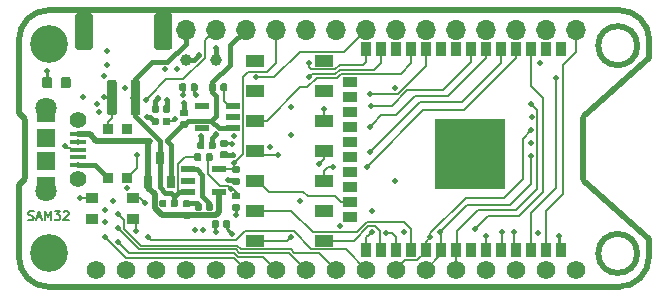
<source format=gbr>
%TF.GenerationSoftware,KiCad,Pcbnew,(6.0.0-rc1-dev-1614-ge850a482d)*%
%TF.CreationDate,2019-02-21T20:22:14-08:00*%
%TF.ProjectId,SAM32,53414d33-322e-46b6-9963-61645f706362,rev?*%
%TF.SameCoordinates,Original*%
%TF.FileFunction,Copper,L1,Top*%
%TF.FilePolarity,Positive*%
%FSLAX46Y46*%
G04 Gerber Fmt 4.6, Leading zero omitted, Abs format (unit mm)*
G04 Created by KiCad (PCBNEW (6.0.0-rc1-dev-1614-ge850a482d)) date 2019-02-21 20:22:14*
%MOMM*%
%LPD*%
G04 APERTURE LIST*
%ADD10C,0.508000*%
%ADD11C,0.190500*%
%ADD12C,0.150000*%
%ADD13C,0.590000*%
%ADD14R,0.350000X0.350000*%
%ADD15R,1.000000X0.850000*%
%ADD16C,1.500000*%
%ADD17C,0.800000*%
%ADD18C,1.000000*%
%ADD19R,1.550000X1.500000*%
%ADD20C,1.800000*%
%ADD21C,1.408000*%
%ADD22R,1.350000X0.450000*%
%ADD23C,0.875000*%
%ADD24R,0.900000X0.900000*%
%ADD25R,1.560000X1.000000*%
%ADD26C,1.574800*%
%ADD27O,1.700000X1.700000*%
%ADD28R,1.200000X0.550000*%
%ADD29R,0.635000X1.016000*%
%ADD30R,6.000000X6.000000*%
%ADD31R,0.900000X1.200000*%
%ADD32R,1.200000X0.900000*%
%ADD33C,3.200000*%
%ADD34C,0.508000*%
%ADD35C,0.152400*%
%ADD36C,0.381000*%
%ADD37C,0.228600*%
%ADD38C,0.203200*%
%ADD39C,0.254000*%
G04 APERTURE END LIST*
D10*
X109192060Y-106945080D02*
X109192060Y-108498640D01*
X106652060Y-111038640D02*
G75*
G03X109192060Y-108498640I0J2540000D01*
G01*
X103755076Y-102181768D02*
X109192060Y-106945080D01*
X55852060Y-96296067D02*
X56300000Y-96740000D01*
X103758052Y-96469398D02*
X109220013Y-91690000D01*
X103758039Y-96469407D02*
G75*
G03X103628512Y-96721166I160472J-241760D01*
G01*
X103755063Y-102181759D02*
G75*
G02X103625536Y-101930000I160472J241760D01*
G01*
X103625536Y-101930000D02*
X103628512Y-96721166D01*
X55852060Y-102438136D02*
X56300000Y-101994203D01*
X56300000Y-101994203D02*
G75*
G03X56361488Y-101805369I-228511J178835D01*
G01*
X56300000Y-96740000D02*
G75*
G02X56361488Y-96928834I-228511J-178835D01*
G01*
X108205221Y-90615720D02*
G75*
G03X108205221Y-90615720I-1652221J0D01*
G01*
X108205221Y-108205220D02*
G75*
G03X108205221Y-108205220I-1652221J0D01*
G01*
D11*
X56656967Y-105337428D02*
X56765825Y-105373714D01*
X56947253Y-105373714D01*
X57019825Y-105337428D01*
X57056110Y-105301142D01*
X57092396Y-105228571D01*
X57092396Y-105156000D01*
X57056110Y-105083428D01*
X57019825Y-105047142D01*
X56947253Y-105010857D01*
X56802110Y-104974571D01*
X56729539Y-104938285D01*
X56693253Y-104902000D01*
X56656967Y-104829428D01*
X56656967Y-104756857D01*
X56693253Y-104684285D01*
X56729539Y-104648000D01*
X56802110Y-104611714D01*
X56983539Y-104611714D01*
X57092396Y-104648000D01*
X57382682Y-105156000D02*
X57745539Y-105156000D01*
X57310110Y-105373714D02*
X57564110Y-104611714D01*
X57818110Y-105373714D01*
X58072110Y-105373714D02*
X58072110Y-104611714D01*
X58326110Y-105156000D01*
X58580110Y-104611714D01*
X58580110Y-105373714D01*
X58870396Y-104611714D02*
X59342110Y-104611714D01*
X59088110Y-104902000D01*
X59196967Y-104902000D01*
X59269539Y-104938285D01*
X59305825Y-104974571D01*
X59342110Y-105047142D01*
X59342110Y-105228571D01*
X59305825Y-105301142D01*
X59269539Y-105337428D01*
X59196967Y-105373714D01*
X58979253Y-105373714D01*
X58906682Y-105337428D01*
X58870396Y-105301142D01*
X59632396Y-104684285D02*
X59668682Y-104648000D01*
X59741253Y-104611714D01*
X59922682Y-104611714D01*
X59995253Y-104648000D01*
X60031539Y-104684285D01*
X60067825Y-104756857D01*
X60067825Y-104829428D01*
X60031539Y-104938285D01*
X59596110Y-105373714D01*
X60067825Y-105373714D01*
D10*
X109220013Y-90136440D02*
X109220013Y-91690000D01*
X55852060Y-90136440D02*
X55852060Y-96296067D01*
X106680013Y-87596440D02*
G75*
G02X109220013Y-90136440I0J-2540000D01*
G01*
X55852060Y-102438136D02*
X55852060Y-108498640D01*
X106680013Y-87596440D02*
X58392060Y-87596440D01*
X58392060Y-111038640D02*
X106652060Y-111038640D01*
X55852060Y-90136440D02*
G75*
G02X58392060Y-87596440I2540000J0D01*
G01*
X56361488Y-96928834D02*
X56361488Y-101805369D01*
X58392060Y-111038640D02*
G75*
G02X55852060Y-108498640I0J2540000D01*
G01*
D12*
G36*
X74418458Y-104013210D02*
G01*
X74432776Y-104015334D01*
X74446817Y-104018851D01*
X74460446Y-104023728D01*
X74473531Y-104029917D01*
X74485947Y-104037358D01*
X74497573Y-104045981D01*
X74508298Y-104055702D01*
X74518019Y-104066427D01*
X74526642Y-104078053D01*
X74534083Y-104090469D01*
X74540272Y-104103554D01*
X74545149Y-104117183D01*
X74548666Y-104131224D01*
X74550790Y-104145542D01*
X74551500Y-104160000D01*
X74551500Y-104455000D01*
X74550790Y-104469458D01*
X74548666Y-104483776D01*
X74545149Y-104497817D01*
X74540272Y-104511446D01*
X74534083Y-104524531D01*
X74526642Y-104536947D01*
X74518019Y-104548573D01*
X74508298Y-104559298D01*
X74497573Y-104569019D01*
X74485947Y-104577642D01*
X74473531Y-104585083D01*
X74460446Y-104591272D01*
X74446817Y-104596149D01*
X74432776Y-104599666D01*
X74418458Y-104601790D01*
X74404000Y-104602500D01*
X74059000Y-104602500D01*
X74044542Y-104601790D01*
X74030224Y-104599666D01*
X74016183Y-104596149D01*
X74002554Y-104591272D01*
X73989469Y-104585083D01*
X73977053Y-104577642D01*
X73965427Y-104569019D01*
X73954702Y-104559298D01*
X73944981Y-104548573D01*
X73936358Y-104536947D01*
X73928917Y-104524531D01*
X73922728Y-104511446D01*
X73917851Y-104497817D01*
X73914334Y-104483776D01*
X73912210Y-104469458D01*
X73911500Y-104455000D01*
X73911500Y-104160000D01*
X73912210Y-104145542D01*
X73914334Y-104131224D01*
X73917851Y-104117183D01*
X73922728Y-104103554D01*
X73928917Y-104090469D01*
X73936358Y-104078053D01*
X73944981Y-104066427D01*
X73954702Y-104055702D01*
X73965427Y-104045981D01*
X73977053Y-104037358D01*
X73989469Y-104029917D01*
X74002554Y-104023728D01*
X74016183Y-104018851D01*
X74030224Y-104015334D01*
X74044542Y-104013210D01*
X74059000Y-104012500D01*
X74404000Y-104012500D01*
X74418458Y-104013210D01*
X74418458Y-104013210D01*
G37*
D13*
X74231500Y-104307500D03*
D12*
G36*
X74418458Y-103043210D02*
G01*
X74432776Y-103045334D01*
X74446817Y-103048851D01*
X74460446Y-103053728D01*
X74473531Y-103059917D01*
X74485947Y-103067358D01*
X74497573Y-103075981D01*
X74508298Y-103085702D01*
X74518019Y-103096427D01*
X74526642Y-103108053D01*
X74534083Y-103120469D01*
X74540272Y-103133554D01*
X74545149Y-103147183D01*
X74548666Y-103161224D01*
X74550790Y-103175542D01*
X74551500Y-103190000D01*
X74551500Y-103485000D01*
X74550790Y-103499458D01*
X74548666Y-103513776D01*
X74545149Y-103527817D01*
X74540272Y-103541446D01*
X74534083Y-103554531D01*
X74526642Y-103566947D01*
X74518019Y-103578573D01*
X74508298Y-103589298D01*
X74497573Y-103599019D01*
X74485947Y-103607642D01*
X74473531Y-103615083D01*
X74460446Y-103621272D01*
X74446817Y-103626149D01*
X74432776Y-103629666D01*
X74418458Y-103631790D01*
X74404000Y-103632500D01*
X74059000Y-103632500D01*
X74044542Y-103631790D01*
X74030224Y-103629666D01*
X74016183Y-103626149D01*
X74002554Y-103621272D01*
X73989469Y-103615083D01*
X73977053Y-103607642D01*
X73965427Y-103599019D01*
X73954702Y-103589298D01*
X73944981Y-103578573D01*
X73936358Y-103566947D01*
X73928917Y-103554531D01*
X73922728Y-103541446D01*
X73917851Y-103527817D01*
X73914334Y-103513776D01*
X73912210Y-103499458D01*
X73911500Y-103485000D01*
X73911500Y-103190000D01*
X73912210Y-103175542D01*
X73914334Y-103161224D01*
X73917851Y-103147183D01*
X73922728Y-103133554D01*
X73928917Y-103120469D01*
X73936358Y-103108053D01*
X73944981Y-103096427D01*
X73954702Y-103085702D01*
X73965427Y-103075981D01*
X73977053Y-103067358D01*
X73989469Y-103059917D01*
X74002554Y-103053728D01*
X74016183Y-103048851D01*
X74030224Y-103045334D01*
X74044542Y-103043210D01*
X74059000Y-103042500D01*
X74404000Y-103042500D01*
X74418458Y-103043210D01*
X74418458Y-103043210D01*
G37*
D13*
X74231500Y-103337500D03*
D12*
G36*
X71203358Y-103947710D02*
G01*
X71217676Y-103949834D01*
X71231717Y-103953351D01*
X71245346Y-103958228D01*
X71258431Y-103964417D01*
X71270847Y-103971858D01*
X71282473Y-103980481D01*
X71293198Y-103990202D01*
X71302919Y-104000927D01*
X71311542Y-104012553D01*
X71318983Y-104024969D01*
X71325172Y-104038054D01*
X71330049Y-104051683D01*
X71333566Y-104065724D01*
X71335690Y-104080042D01*
X71336400Y-104094500D01*
X71336400Y-104439500D01*
X71335690Y-104453958D01*
X71333566Y-104468276D01*
X71330049Y-104482317D01*
X71325172Y-104495946D01*
X71318983Y-104509031D01*
X71311542Y-104521447D01*
X71302919Y-104533073D01*
X71293198Y-104543798D01*
X71282473Y-104553519D01*
X71270847Y-104562142D01*
X71258431Y-104569583D01*
X71245346Y-104575772D01*
X71231717Y-104580649D01*
X71217676Y-104584166D01*
X71203358Y-104586290D01*
X71188900Y-104587000D01*
X70893900Y-104587000D01*
X70879442Y-104586290D01*
X70865124Y-104584166D01*
X70851083Y-104580649D01*
X70837454Y-104575772D01*
X70824369Y-104569583D01*
X70811953Y-104562142D01*
X70800327Y-104553519D01*
X70789602Y-104543798D01*
X70779881Y-104533073D01*
X70771258Y-104521447D01*
X70763817Y-104509031D01*
X70757628Y-104495946D01*
X70752751Y-104482317D01*
X70749234Y-104468276D01*
X70747110Y-104453958D01*
X70746400Y-104439500D01*
X70746400Y-104094500D01*
X70747110Y-104080042D01*
X70749234Y-104065724D01*
X70752751Y-104051683D01*
X70757628Y-104038054D01*
X70763817Y-104024969D01*
X70771258Y-104012553D01*
X70779881Y-104000927D01*
X70789602Y-103990202D01*
X70800327Y-103980481D01*
X70811953Y-103971858D01*
X70824369Y-103964417D01*
X70837454Y-103958228D01*
X70851083Y-103953351D01*
X70865124Y-103949834D01*
X70879442Y-103947710D01*
X70893900Y-103947000D01*
X71188900Y-103947000D01*
X71203358Y-103947710D01*
X71203358Y-103947710D01*
G37*
D13*
X71041400Y-104267000D03*
D12*
G36*
X72173358Y-103947710D02*
G01*
X72187676Y-103949834D01*
X72201717Y-103953351D01*
X72215346Y-103958228D01*
X72228431Y-103964417D01*
X72240847Y-103971858D01*
X72252473Y-103980481D01*
X72263198Y-103990202D01*
X72272919Y-104000927D01*
X72281542Y-104012553D01*
X72288983Y-104024969D01*
X72295172Y-104038054D01*
X72300049Y-104051683D01*
X72303566Y-104065724D01*
X72305690Y-104080042D01*
X72306400Y-104094500D01*
X72306400Y-104439500D01*
X72305690Y-104453958D01*
X72303566Y-104468276D01*
X72300049Y-104482317D01*
X72295172Y-104495946D01*
X72288983Y-104509031D01*
X72281542Y-104521447D01*
X72272919Y-104533073D01*
X72263198Y-104543798D01*
X72252473Y-104553519D01*
X72240847Y-104562142D01*
X72228431Y-104569583D01*
X72215346Y-104575772D01*
X72201717Y-104580649D01*
X72187676Y-104584166D01*
X72173358Y-104586290D01*
X72158900Y-104587000D01*
X71863900Y-104587000D01*
X71849442Y-104586290D01*
X71835124Y-104584166D01*
X71821083Y-104580649D01*
X71807454Y-104575772D01*
X71794369Y-104569583D01*
X71781953Y-104562142D01*
X71770327Y-104553519D01*
X71759602Y-104543798D01*
X71749881Y-104533073D01*
X71741258Y-104521447D01*
X71733817Y-104509031D01*
X71727628Y-104495946D01*
X71722751Y-104482317D01*
X71719234Y-104468276D01*
X71717110Y-104453958D01*
X71716400Y-104439500D01*
X71716400Y-104094500D01*
X71717110Y-104080042D01*
X71719234Y-104065724D01*
X71722751Y-104051683D01*
X71727628Y-104038054D01*
X71733817Y-104024969D01*
X71741258Y-104012553D01*
X71749881Y-104000927D01*
X71759602Y-103990202D01*
X71770327Y-103980481D01*
X71781953Y-103971858D01*
X71794369Y-103964417D01*
X71807454Y-103958228D01*
X71821083Y-103953351D01*
X71835124Y-103949834D01*
X71849442Y-103947710D01*
X71863900Y-103947000D01*
X72158900Y-103947000D01*
X72173358Y-103947710D01*
X72173358Y-103947710D01*
G37*
D13*
X72011400Y-104267000D03*
D12*
G36*
X74418458Y-101790710D02*
G01*
X74432776Y-101792834D01*
X74446817Y-101796351D01*
X74460446Y-101801228D01*
X74473531Y-101807417D01*
X74485947Y-101814858D01*
X74497573Y-101823481D01*
X74508298Y-101833202D01*
X74518019Y-101843927D01*
X74526642Y-101855553D01*
X74534083Y-101867969D01*
X74540272Y-101881054D01*
X74545149Y-101894683D01*
X74548666Y-101908724D01*
X74550790Y-101923042D01*
X74551500Y-101937500D01*
X74551500Y-102232500D01*
X74550790Y-102246958D01*
X74548666Y-102261276D01*
X74545149Y-102275317D01*
X74540272Y-102288946D01*
X74534083Y-102302031D01*
X74526642Y-102314447D01*
X74518019Y-102326073D01*
X74508298Y-102336798D01*
X74497573Y-102346519D01*
X74485947Y-102355142D01*
X74473531Y-102362583D01*
X74460446Y-102368772D01*
X74446817Y-102373649D01*
X74432776Y-102377166D01*
X74418458Y-102379290D01*
X74404000Y-102380000D01*
X74059000Y-102380000D01*
X74044542Y-102379290D01*
X74030224Y-102377166D01*
X74016183Y-102373649D01*
X74002554Y-102368772D01*
X73989469Y-102362583D01*
X73977053Y-102355142D01*
X73965427Y-102346519D01*
X73954702Y-102336798D01*
X73944981Y-102326073D01*
X73936358Y-102314447D01*
X73928917Y-102302031D01*
X73922728Y-102288946D01*
X73917851Y-102275317D01*
X73914334Y-102261276D01*
X73912210Y-102246958D01*
X73911500Y-102232500D01*
X73911500Y-101937500D01*
X73912210Y-101923042D01*
X73914334Y-101908724D01*
X73917851Y-101894683D01*
X73922728Y-101881054D01*
X73928917Y-101867969D01*
X73936358Y-101855553D01*
X73944981Y-101843927D01*
X73954702Y-101833202D01*
X73965427Y-101823481D01*
X73977053Y-101814858D01*
X73989469Y-101807417D01*
X74002554Y-101801228D01*
X74016183Y-101796351D01*
X74030224Y-101792834D01*
X74044542Y-101790710D01*
X74059000Y-101790000D01*
X74404000Y-101790000D01*
X74418458Y-101790710D01*
X74418458Y-101790710D01*
G37*
D13*
X74231500Y-102085000D03*
D12*
G36*
X74418458Y-100820710D02*
G01*
X74432776Y-100822834D01*
X74446817Y-100826351D01*
X74460446Y-100831228D01*
X74473531Y-100837417D01*
X74485947Y-100844858D01*
X74497573Y-100853481D01*
X74508298Y-100863202D01*
X74518019Y-100873927D01*
X74526642Y-100885553D01*
X74534083Y-100897969D01*
X74540272Y-100911054D01*
X74545149Y-100924683D01*
X74548666Y-100938724D01*
X74550790Y-100953042D01*
X74551500Y-100967500D01*
X74551500Y-101262500D01*
X74550790Y-101276958D01*
X74548666Y-101291276D01*
X74545149Y-101305317D01*
X74540272Y-101318946D01*
X74534083Y-101332031D01*
X74526642Y-101344447D01*
X74518019Y-101356073D01*
X74508298Y-101366798D01*
X74497573Y-101376519D01*
X74485947Y-101385142D01*
X74473531Y-101392583D01*
X74460446Y-101398772D01*
X74446817Y-101403649D01*
X74432776Y-101407166D01*
X74418458Y-101409290D01*
X74404000Y-101410000D01*
X74059000Y-101410000D01*
X74044542Y-101409290D01*
X74030224Y-101407166D01*
X74016183Y-101403649D01*
X74002554Y-101398772D01*
X73989469Y-101392583D01*
X73977053Y-101385142D01*
X73965427Y-101376519D01*
X73954702Y-101366798D01*
X73944981Y-101356073D01*
X73936358Y-101344447D01*
X73928917Y-101332031D01*
X73922728Y-101318946D01*
X73917851Y-101305317D01*
X73914334Y-101291276D01*
X73912210Y-101276958D01*
X73911500Y-101262500D01*
X73911500Y-100967500D01*
X73912210Y-100953042D01*
X73914334Y-100938724D01*
X73917851Y-100924683D01*
X73922728Y-100911054D01*
X73928917Y-100897969D01*
X73936358Y-100885553D01*
X73944981Y-100873927D01*
X73954702Y-100863202D01*
X73965427Y-100853481D01*
X73977053Y-100844858D01*
X73989469Y-100837417D01*
X74002554Y-100831228D01*
X74016183Y-100826351D01*
X74030224Y-100822834D01*
X74044542Y-100820710D01*
X74059000Y-100820000D01*
X74404000Y-100820000D01*
X74418458Y-100820710D01*
X74418458Y-100820710D01*
G37*
D13*
X74231500Y-101115000D03*
D14*
X68365000Y-98660000D03*
X66915000Y-98660000D03*
D15*
X65519999Y-105265000D03*
X62020000Y-105265000D03*
X65520000Y-103515000D03*
X62020001Y-103515000D03*
D12*
G36*
X61893253Y-87852406D02*
G01*
X61917570Y-87856013D01*
X61941416Y-87861986D01*
X61964562Y-87870268D01*
X61986785Y-87880779D01*
X62007870Y-87893417D01*
X62027616Y-87908061D01*
X62045830Y-87924570D01*
X62062339Y-87942784D01*
X62076983Y-87962530D01*
X62089621Y-87983615D01*
X62100132Y-88005838D01*
X62108414Y-88028984D01*
X62114387Y-88052830D01*
X62117994Y-88077147D01*
X62119200Y-88101700D01*
X62119200Y-90700700D01*
X62117994Y-90725253D01*
X62114387Y-90749570D01*
X62108414Y-90773416D01*
X62100132Y-90796562D01*
X62089621Y-90818785D01*
X62076983Y-90839870D01*
X62062339Y-90859616D01*
X62045830Y-90877830D01*
X62027616Y-90894339D01*
X62007870Y-90908983D01*
X61986785Y-90921621D01*
X61964562Y-90932132D01*
X61941416Y-90940414D01*
X61917570Y-90946387D01*
X61893253Y-90949994D01*
X61868700Y-90951200D01*
X60869700Y-90951200D01*
X60845147Y-90949994D01*
X60820830Y-90946387D01*
X60796984Y-90940414D01*
X60773838Y-90932132D01*
X60751615Y-90921621D01*
X60730530Y-90908983D01*
X60710784Y-90894339D01*
X60692570Y-90877830D01*
X60676061Y-90859616D01*
X60661417Y-90839870D01*
X60648779Y-90818785D01*
X60638268Y-90796562D01*
X60629986Y-90773416D01*
X60624013Y-90749570D01*
X60620406Y-90725253D01*
X60619200Y-90700700D01*
X60619200Y-88101700D01*
X60620406Y-88077147D01*
X60624013Y-88052830D01*
X60629986Y-88028984D01*
X60638268Y-88005838D01*
X60648779Y-87983615D01*
X60661417Y-87962530D01*
X60676061Y-87942784D01*
X60692570Y-87924570D01*
X60710784Y-87908061D01*
X60730530Y-87893417D01*
X60751615Y-87880779D01*
X60773838Y-87870268D01*
X60796984Y-87861986D01*
X60820830Y-87856013D01*
X60845147Y-87852406D01*
X60869700Y-87851200D01*
X61868700Y-87851200D01*
X61893253Y-87852406D01*
X61893253Y-87852406D01*
G37*
D16*
X61369200Y-89401200D03*
D12*
G36*
X68593253Y-87852406D02*
G01*
X68617570Y-87856013D01*
X68641416Y-87861986D01*
X68664562Y-87870268D01*
X68686785Y-87880779D01*
X68707870Y-87893417D01*
X68727616Y-87908061D01*
X68745830Y-87924570D01*
X68762339Y-87942784D01*
X68776983Y-87962530D01*
X68789621Y-87983615D01*
X68800132Y-88005838D01*
X68808414Y-88028984D01*
X68814387Y-88052830D01*
X68817994Y-88077147D01*
X68819200Y-88101700D01*
X68819200Y-90700700D01*
X68817994Y-90725253D01*
X68814387Y-90749570D01*
X68808414Y-90773416D01*
X68800132Y-90796562D01*
X68789621Y-90818785D01*
X68776983Y-90839870D01*
X68762339Y-90859616D01*
X68745830Y-90877830D01*
X68727616Y-90894339D01*
X68707870Y-90908983D01*
X68686785Y-90921621D01*
X68664562Y-90932132D01*
X68641416Y-90940414D01*
X68617570Y-90946387D01*
X68593253Y-90949994D01*
X68568700Y-90951200D01*
X67569700Y-90951200D01*
X67545147Y-90949994D01*
X67520830Y-90946387D01*
X67496984Y-90940414D01*
X67473838Y-90932132D01*
X67451615Y-90921621D01*
X67430530Y-90908983D01*
X67410784Y-90894339D01*
X67392570Y-90877830D01*
X67376061Y-90859616D01*
X67361417Y-90839870D01*
X67348779Y-90818785D01*
X67338268Y-90796562D01*
X67329986Y-90773416D01*
X67324013Y-90749570D01*
X67320406Y-90725253D01*
X67319200Y-90700700D01*
X67319200Y-88101700D01*
X67320406Y-88077147D01*
X67324013Y-88052830D01*
X67329986Y-88028984D01*
X67338268Y-88005838D01*
X67348779Y-87983615D01*
X67361417Y-87962530D01*
X67376061Y-87942784D01*
X67392570Y-87924570D01*
X67410784Y-87908061D01*
X67430530Y-87893417D01*
X67451615Y-87880779D01*
X67473838Y-87870268D01*
X67496984Y-87861986D01*
X67520830Y-87856013D01*
X67545147Y-87852406D01*
X67569700Y-87851200D01*
X68568700Y-87851200D01*
X68593253Y-87852406D01*
X68593253Y-87852406D01*
G37*
D16*
X68069200Y-89401200D03*
D12*
G36*
X63938803Y-93502163D02*
G01*
X63958218Y-93505043D01*
X63977257Y-93509812D01*
X63995737Y-93516424D01*
X64013479Y-93524816D01*
X64030314Y-93534906D01*
X64046079Y-93546598D01*
X64060621Y-93559779D01*
X64073802Y-93574321D01*
X64085494Y-93590086D01*
X64095584Y-93606921D01*
X64103976Y-93624663D01*
X64110588Y-93643143D01*
X64115357Y-93662182D01*
X64118237Y-93681597D01*
X64119200Y-93701200D01*
X64119200Y-96301200D01*
X64118237Y-96320803D01*
X64115357Y-96340218D01*
X64110588Y-96359257D01*
X64103976Y-96377737D01*
X64095584Y-96395479D01*
X64085494Y-96412314D01*
X64073802Y-96428079D01*
X64060621Y-96442621D01*
X64046079Y-96455802D01*
X64030314Y-96467494D01*
X64013479Y-96477584D01*
X63995737Y-96485976D01*
X63977257Y-96492588D01*
X63958218Y-96497357D01*
X63938803Y-96500237D01*
X63919200Y-96501200D01*
X63519200Y-96501200D01*
X63499597Y-96500237D01*
X63480182Y-96497357D01*
X63461143Y-96492588D01*
X63442663Y-96485976D01*
X63424921Y-96477584D01*
X63408086Y-96467494D01*
X63392321Y-96455802D01*
X63377779Y-96442621D01*
X63364598Y-96428079D01*
X63352906Y-96412314D01*
X63342816Y-96395479D01*
X63334424Y-96377737D01*
X63327812Y-96359257D01*
X63323043Y-96340218D01*
X63320163Y-96320803D01*
X63319200Y-96301200D01*
X63319200Y-93701200D01*
X63320163Y-93681597D01*
X63323043Y-93662182D01*
X63327812Y-93643143D01*
X63334424Y-93624663D01*
X63342816Y-93606921D01*
X63352906Y-93590086D01*
X63364598Y-93574321D01*
X63377779Y-93559779D01*
X63392321Y-93546598D01*
X63408086Y-93534906D01*
X63424921Y-93524816D01*
X63442663Y-93516424D01*
X63461143Y-93509812D01*
X63480182Y-93505043D01*
X63499597Y-93502163D01*
X63519200Y-93501200D01*
X63919200Y-93501200D01*
X63938803Y-93502163D01*
X63938803Y-93502163D01*
G37*
D17*
X63719200Y-95001200D03*
D12*
G36*
X65938803Y-93502163D02*
G01*
X65958218Y-93505043D01*
X65977257Y-93509812D01*
X65995737Y-93516424D01*
X66013479Y-93524816D01*
X66030314Y-93534906D01*
X66046079Y-93546598D01*
X66060621Y-93559779D01*
X66073802Y-93574321D01*
X66085494Y-93590086D01*
X66095584Y-93606921D01*
X66103976Y-93624663D01*
X66110588Y-93643143D01*
X66115357Y-93662182D01*
X66118237Y-93681597D01*
X66119200Y-93701200D01*
X66119200Y-96301200D01*
X66118237Y-96320803D01*
X66115357Y-96340218D01*
X66110588Y-96359257D01*
X66103976Y-96377737D01*
X66095584Y-96395479D01*
X66085494Y-96412314D01*
X66073802Y-96428079D01*
X66060621Y-96442621D01*
X66046079Y-96455802D01*
X66030314Y-96467494D01*
X66013479Y-96477584D01*
X65995737Y-96485976D01*
X65977257Y-96492588D01*
X65958218Y-96497357D01*
X65938803Y-96500237D01*
X65919200Y-96501200D01*
X65519200Y-96501200D01*
X65499597Y-96500237D01*
X65480182Y-96497357D01*
X65461143Y-96492588D01*
X65442663Y-96485976D01*
X65424921Y-96477584D01*
X65408086Y-96467494D01*
X65392321Y-96455802D01*
X65377779Y-96442621D01*
X65364598Y-96428079D01*
X65352906Y-96412314D01*
X65342816Y-96395479D01*
X65334424Y-96377737D01*
X65327812Y-96359257D01*
X65323043Y-96340218D01*
X65320163Y-96320803D01*
X65319200Y-96301200D01*
X65319200Y-93701200D01*
X65320163Y-93681597D01*
X65323043Y-93662182D01*
X65327812Y-93643143D01*
X65334424Y-93624663D01*
X65342816Y-93606921D01*
X65352906Y-93590086D01*
X65364598Y-93574321D01*
X65377779Y-93559779D01*
X65392321Y-93546598D01*
X65408086Y-93534906D01*
X65424921Y-93524816D01*
X65442663Y-93516424D01*
X65461143Y-93509812D01*
X65480182Y-93505043D01*
X65499597Y-93502163D01*
X65519200Y-93501200D01*
X65919200Y-93501200D01*
X65938803Y-93502163D01*
X65938803Y-93502163D01*
G37*
D17*
X65719200Y-95001200D03*
D12*
G36*
X70240158Y-103716310D02*
G01*
X70254476Y-103718434D01*
X70268517Y-103721951D01*
X70282146Y-103726828D01*
X70295231Y-103733017D01*
X70307647Y-103740458D01*
X70319273Y-103749081D01*
X70329998Y-103758802D01*
X70339719Y-103769527D01*
X70348342Y-103781153D01*
X70355783Y-103793569D01*
X70361972Y-103806654D01*
X70366849Y-103820283D01*
X70370366Y-103834324D01*
X70372490Y-103848642D01*
X70373200Y-103863100D01*
X70373200Y-104158100D01*
X70372490Y-104172558D01*
X70370366Y-104186876D01*
X70366849Y-104200917D01*
X70361972Y-104214546D01*
X70355783Y-104227631D01*
X70348342Y-104240047D01*
X70339719Y-104251673D01*
X70329998Y-104262398D01*
X70319273Y-104272119D01*
X70307647Y-104280742D01*
X70295231Y-104288183D01*
X70282146Y-104294372D01*
X70268517Y-104299249D01*
X70254476Y-104302766D01*
X70240158Y-104304890D01*
X70225700Y-104305600D01*
X69880700Y-104305600D01*
X69866242Y-104304890D01*
X69851924Y-104302766D01*
X69837883Y-104299249D01*
X69824254Y-104294372D01*
X69811169Y-104288183D01*
X69798753Y-104280742D01*
X69787127Y-104272119D01*
X69776402Y-104262398D01*
X69766681Y-104251673D01*
X69758058Y-104240047D01*
X69750617Y-104227631D01*
X69744428Y-104214546D01*
X69739551Y-104200917D01*
X69736034Y-104186876D01*
X69733910Y-104172558D01*
X69733200Y-104158100D01*
X69733200Y-103863100D01*
X69733910Y-103848642D01*
X69736034Y-103834324D01*
X69739551Y-103820283D01*
X69744428Y-103806654D01*
X69750617Y-103793569D01*
X69758058Y-103781153D01*
X69766681Y-103769527D01*
X69776402Y-103758802D01*
X69787127Y-103749081D01*
X69798753Y-103740458D01*
X69811169Y-103733017D01*
X69824254Y-103726828D01*
X69837883Y-103721951D01*
X69851924Y-103718434D01*
X69866242Y-103716310D01*
X69880700Y-103715600D01*
X70225700Y-103715600D01*
X70240158Y-103716310D01*
X70240158Y-103716310D01*
G37*
D13*
X70053200Y-104010600D03*
D12*
G36*
X70240158Y-104686310D02*
G01*
X70254476Y-104688434D01*
X70268517Y-104691951D01*
X70282146Y-104696828D01*
X70295231Y-104703017D01*
X70307647Y-104710458D01*
X70319273Y-104719081D01*
X70329998Y-104728802D01*
X70339719Y-104739527D01*
X70348342Y-104751153D01*
X70355783Y-104763569D01*
X70361972Y-104776654D01*
X70366849Y-104790283D01*
X70370366Y-104804324D01*
X70372490Y-104818642D01*
X70373200Y-104833100D01*
X70373200Y-105128100D01*
X70372490Y-105142558D01*
X70370366Y-105156876D01*
X70366849Y-105170917D01*
X70361972Y-105184546D01*
X70355783Y-105197631D01*
X70348342Y-105210047D01*
X70339719Y-105221673D01*
X70329998Y-105232398D01*
X70319273Y-105242119D01*
X70307647Y-105250742D01*
X70295231Y-105258183D01*
X70282146Y-105264372D01*
X70268517Y-105269249D01*
X70254476Y-105272766D01*
X70240158Y-105274890D01*
X70225700Y-105275600D01*
X69880700Y-105275600D01*
X69866242Y-105274890D01*
X69851924Y-105272766D01*
X69837883Y-105269249D01*
X69824254Y-105264372D01*
X69811169Y-105258183D01*
X69798753Y-105250742D01*
X69787127Y-105242119D01*
X69776402Y-105232398D01*
X69766681Y-105221673D01*
X69758058Y-105210047D01*
X69750617Y-105197631D01*
X69744428Y-105184546D01*
X69739551Y-105170917D01*
X69736034Y-105156876D01*
X69733910Y-105142558D01*
X69733200Y-105128100D01*
X69733200Y-104833100D01*
X69733910Y-104818642D01*
X69736034Y-104804324D01*
X69739551Y-104790283D01*
X69744428Y-104776654D01*
X69750617Y-104763569D01*
X69758058Y-104751153D01*
X69766681Y-104739527D01*
X69776402Y-104728802D01*
X69787127Y-104719081D01*
X69798753Y-104710458D01*
X69811169Y-104703017D01*
X69824254Y-104696828D01*
X69837883Y-104691951D01*
X69851924Y-104688434D01*
X69866242Y-104686310D01*
X69880700Y-104685600D01*
X70225700Y-104685600D01*
X70240158Y-104686310D01*
X70240158Y-104686310D01*
G37*
D13*
X70053200Y-104980600D03*
D18*
X69977000Y-91785440D03*
X72517000Y-91785440D03*
D19*
X58160920Y-102455440D03*
X58160920Y-96355440D03*
X58160920Y-100405440D03*
X58160920Y-98405440D03*
D20*
X58160920Y-102905440D03*
X58160920Y-95905440D03*
D21*
X60860920Y-101905440D03*
X60860920Y-96905440D03*
D22*
X60835920Y-100705440D03*
X60835920Y-100055440D03*
X60835920Y-99405440D03*
X60835920Y-98755440D03*
X60835920Y-98105440D03*
D12*
G36*
X58482291Y-93281853D02*
G01*
X58503526Y-93285003D01*
X58524350Y-93290219D01*
X58544562Y-93297451D01*
X58563968Y-93306630D01*
X58582381Y-93317666D01*
X58599624Y-93330454D01*
X58615530Y-93344870D01*
X58629946Y-93360776D01*
X58642734Y-93378019D01*
X58653770Y-93396432D01*
X58662949Y-93415838D01*
X58670181Y-93436050D01*
X58675397Y-93456874D01*
X58678547Y-93478109D01*
X58679600Y-93499550D01*
X58679600Y-94012050D01*
X58678547Y-94033491D01*
X58675397Y-94054726D01*
X58670181Y-94075550D01*
X58662949Y-94095762D01*
X58653770Y-94115168D01*
X58642734Y-94133581D01*
X58629946Y-94150824D01*
X58615530Y-94166730D01*
X58599624Y-94181146D01*
X58582381Y-94193934D01*
X58563968Y-94204970D01*
X58544562Y-94214149D01*
X58524350Y-94221381D01*
X58503526Y-94226597D01*
X58482291Y-94229747D01*
X58460850Y-94230800D01*
X58023350Y-94230800D01*
X58001909Y-94229747D01*
X57980674Y-94226597D01*
X57959850Y-94221381D01*
X57939638Y-94214149D01*
X57920232Y-94204970D01*
X57901819Y-94193934D01*
X57884576Y-94181146D01*
X57868670Y-94166730D01*
X57854254Y-94150824D01*
X57841466Y-94133581D01*
X57830430Y-94115168D01*
X57821251Y-94095762D01*
X57814019Y-94075550D01*
X57808803Y-94054726D01*
X57805653Y-94033491D01*
X57804600Y-94012050D01*
X57804600Y-93499550D01*
X57805653Y-93478109D01*
X57808803Y-93456874D01*
X57814019Y-93436050D01*
X57821251Y-93415838D01*
X57830430Y-93396432D01*
X57841466Y-93378019D01*
X57854254Y-93360776D01*
X57868670Y-93344870D01*
X57884576Y-93330454D01*
X57901819Y-93317666D01*
X57920232Y-93306630D01*
X57939638Y-93297451D01*
X57959850Y-93290219D01*
X57980674Y-93285003D01*
X58001909Y-93281853D01*
X58023350Y-93280800D01*
X58460850Y-93280800D01*
X58482291Y-93281853D01*
X58482291Y-93281853D01*
G37*
D23*
X58242100Y-93755800D03*
D12*
G36*
X60057291Y-93281853D02*
G01*
X60078526Y-93285003D01*
X60099350Y-93290219D01*
X60119562Y-93297451D01*
X60138968Y-93306630D01*
X60157381Y-93317666D01*
X60174624Y-93330454D01*
X60190530Y-93344870D01*
X60204946Y-93360776D01*
X60217734Y-93378019D01*
X60228770Y-93396432D01*
X60237949Y-93415838D01*
X60245181Y-93436050D01*
X60250397Y-93456874D01*
X60253547Y-93478109D01*
X60254600Y-93499550D01*
X60254600Y-94012050D01*
X60253547Y-94033491D01*
X60250397Y-94054726D01*
X60245181Y-94075550D01*
X60237949Y-94095762D01*
X60228770Y-94115168D01*
X60217734Y-94133581D01*
X60204946Y-94150824D01*
X60190530Y-94166730D01*
X60174624Y-94181146D01*
X60157381Y-94193934D01*
X60138968Y-94204970D01*
X60119562Y-94214149D01*
X60099350Y-94221381D01*
X60078526Y-94226597D01*
X60057291Y-94229747D01*
X60035850Y-94230800D01*
X59598350Y-94230800D01*
X59576909Y-94229747D01*
X59555674Y-94226597D01*
X59534850Y-94221381D01*
X59514638Y-94214149D01*
X59495232Y-94204970D01*
X59476819Y-94193934D01*
X59459576Y-94181146D01*
X59443670Y-94166730D01*
X59429254Y-94150824D01*
X59416466Y-94133581D01*
X59405430Y-94115168D01*
X59396251Y-94095762D01*
X59389019Y-94075550D01*
X59383803Y-94054726D01*
X59380653Y-94033491D01*
X59379600Y-94012050D01*
X59379600Y-93499550D01*
X59380653Y-93478109D01*
X59383803Y-93456874D01*
X59389019Y-93436050D01*
X59396251Y-93415838D01*
X59405430Y-93396432D01*
X59416466Y-93378019D01*
X59429254Y-93360776D01*
X59443670Y-93344870D01*
X59459576Y-93330454D01*
X59476819Y-93317666D01*
X59495232Y-93306630D01*
X59514638Y-93297451D01*
X59534850Y-93290219D01*
X59555674Y-93285003D01*
X59576909Y-93281853D01*
X59598350Y-93280800D01*
X60035850Y-93280800D01*
X60057291Y-93281853D01*
X60057291Y-93281853D01*
G37*
D23*
X59817100Y-93755800D03*
D12*
G36*
X72120158Y-99731310D02*
G01*
X72134476Y-99733434D01*
X72148517Y-99736951D01*
X72162146Y-99741828D01*
X72175231Y-99748017D01*
X72187647Y-99755458D01*
X72199273Y-99764081D01*
X72209998Y-99773802D01*
X72219719Y-99784527D01*
X72228342Y-99796153D01*
X72235783Y-99808569D01*
X72241972Y-99821654D01*
X72246849Y-99835283D01*
X72250366Y-99849324D01*
X72252490Y-99863642D01*
X72253200Y-99878100D01*
X72253200Y-100223100D01*
X72252490Y-100237558D01*
X72250366Y-100251876D01*
X72246849Y-100265917D01*
X72241972Y-100279546D01*
X72235783Y-100292631D01*
X72228342Y-100305047D01*
X72219719Y-100316673D01*
X72209998Y-100327398D01*
X72199273Y-100337119D01*
X72187647Y-100345742D01*
X72175231Y-100353183D01*
X72162146Y-100359372D01*
X72148517Y-100364249D01*
X72134476Y-100367766D01*
X72120158Y-100369890D01*
X72105700Y-100370600D01*
X71810700Y-100370600D01*
X71796242Y-100369890D01*
X71781924Y-100367766D01*
X71767883Y-100364249D01*
X71754254Y-100359372D01*
X71741169Y-100353183D01*
X71728753Y-100345742D01*
X71717127Y-100337119D01*
X71706402Y-100327398D01*
X71696681Y-100316673D01*
X71688058Y-100305047D01*
X71680617Y-100292631D01*
X71674428Y-100279546D01*
X71669551Y-100265917D01*
X71666034Y-100251876D01*
X71663910Y-100237558D01*
X71663200Y-100223100D01*
X71663200Y-99878100D01*
X71663910Y-99863642D01*
X71666034Y-99849324D01*
X71669551Y-99835283D01*
X71674428Y-99821654D01*
X71680617Y-99808569D01*
X71688058Y-99796153D01*
X71696681Y-99784527D01*
X71706402Y-99773802D01*
X71717127Y-99764081D01*
X71728753Y-99755458D01*
X71741169Y-99748017D01*
X71754254Y-99741828D01*
X71767883Y-99736951D01*
X71781924Y-99733434D01*
X71796242Y-99731310D01*
X71810700Y-99730600D01*
X72105700Y-99730600D01*
X72120158Y-99731310D01*
X72120158Y-99731310D01*
G37*
D13*
X71958200Y-100050600D03*
D12*
G36*
X71150158Y-99731310D02*
G01*
X71164476Y-99733434D01*
X71178517Y-99736951D01*
X71192146Y-99741828D01*
X71205231Y-99748017D01*
X71217647Y-99755458D01*
X71229273Y-99764081D01*
X71239998Y-99773802D01*
X71249719Y-99784527D01*
X71258342Y-99796153D01*
X71265783Y-99808569D01*
X71271972Y-99821654D01*
X71276849Y-99835283D01*
X71280366Y-99849324D01*
X71282490Y-99863642D01*
X71283200Y-99878100D01*
X71283200Y-100223100D01*
X71282490Y-100237558D01*
X71280366Y-100251876D01*
X71276849Y-100265917D01*
X71271972Y-100279546D01*
X71265783Y-100292631D01*
X71258342Y-100305047D01*
X71249719Y-100316673D01*
X71239998Y-100327398D01*
X71229273Y-100337119D01*
X71217647Y-100345742D01*
X71205231Y-100353183D01*
X71192146Y-100359372D01*
X71178517Y-100364249D01*
X71164476Y-100367766D01*
X71150158Y-100369890D01*
X71135700Y-100370600D01*
X70840700Y-100370600D01*
X70826242Y-100369890D01*
X70811924Y-100367766D01*
X70797883Y-100364249D01*
X70784254Y-100359372D01*
X70771169Y-100353183D01*
X70758753Y-100345742D01*
X70747127Y-100337119D01*
X70736402Y-100327398D01*
X70726681Y-100316673D01*
X70718058Y-100305047D01*
X70710617Y-100292631D01*
X70704428Y-100279546D01*
X70699551Y-100265917D01*
X70696034Y-100251876D01*
X70693910Y-100237558D01*
X70693200Y-100223100D01*
X70693200Y-99878100D01*
X70693910Y-99863642D01*
X70696034Y-99849324D01*
X70699551Y-99835283D01*
X70704428Y-99821654D01*
X70710617Y-99808569D01*
X70718058Y-99796153D01*
X70726681Y-99784527D01*
X70736402Y-99773802D01*
X70747127Y-99764081D01*
X70758753Y-99755458D01*
X70771169Y-99748017D01*
X70784254Y-99741828D01*
X70797883Y-99736951D01*
X70811924Y-99733434D01*
X70826242Y-99731310D01*
X70840700Y-99730600D01*
X71135700Y-99730600D01*
X71150158Y-99731310D01*
X71150158Y-99731310D01*
G37*
D13*
X70988200Y-100050600D03*
D12*
G36*
X68206158Y-103642910D02*
G01*
X68220476Y-103645034D01*
X68234517Y-103648551D01*
X68248146Y-103653428D01*
X68261231Y-103659617D01*
X68273647Y-103667058D01*
X68285273Y-103675681D01*
X68295998Y-103685402D01*
X68305719Y-103696127D01*
X68314342Y-103707753D01*
X68321783Y-103720169D01*
X68327972Y-103733254D01*
X68332849Y-103746883D01*
X68336366Y-103760924D01*
X68338490Y-103775242D01*
X68339200Y-103789700D01*
X68339200Y-104134700D01*
X68338490Y-104149158D01*
X68336366Y-104163476D01*
X68332849Y-104177517D01*
X68327972Y-104191146D01*
X68321783Y-104204231D01*
X68314342Y-104216647D01*
X68305719Y-104228273D01*
X68295998Y-104238998D01*
X68285273Y-104248719D01*
X68273647Y-104257342D01*
X68261231Y-104264783D01*
X68248146Y-104270972D01*
X68234517Y-104275849D01*
X68220476Y-104279366D01*
X68206158Y-104281490D01*
X68191700Y-104282200D01*
X67896700Y-104282200D01*
X67882242Y-104281490D01*
X67867924Y-104279366D01*
X67853883Y-104275849D01*
X67840254Y-104270972D01*
X67827169Y-104264783D01*
X67814753Y-104257342D01*
X67803127Y-104248719D01*
X67792402Y-104238998D01*
X67782681Y-104228273D01*
X67774058Y-104216647D01*
X67766617Y-104204231D01*
X67760428Y-104191146D01*
X67755551Y-104177517D01*
X67752034Y-104163476D01*
X67749910Y-104149158D01*
X67749200Y-104134700D01*
X67749200Y-103789700D01*
X67749910Y-103775242D01*
X67752034Y-103760924D01*
X67755551Y-103746883D01*
X67760428Y-103733254D01*
X67766617Y-103720169D01*
X67774058Y-103707753D01*
X67782681Y-103696127D01*
X67792402Y-103685402D01*
X67803127Y-103675681D01*
X67814753Y-103667058D01*
X67827169Y-103659617D01*
X67840254Y-103653428D01*
X67853883Y-103648551D01*
X67867924Y-103645034D01*
X67882242Y-103642910D01*
X67896700Y-103642200D01*
X68191700Y-103642200D01*
X68206158Y-103642910D01*
X68206158Y-103642910D01*
G37*
D13*
X68044200Y-103962200D03*
D12*
G36*
X69176158Y-103642910D02*
G01*
X69190476Y-103645034D01*
X69204517Y-103648551D01*
X69218146Y-103653428D01*
X69231231Y-103659617D01*
X69243647Y-103667058D01*
X69255273Y-103675681D01*
X69265998Y-103685402D01*
X69275719Y-103696127D01*
X69284342Y-103707753D01*
X69291783Y-103720169D01*
X69297972Y-103733254D01*
X69302849Y-103746883D01*
X69306366Y-103760924D01*
X69308490Y-103775242D01*
X69309200Y-103789700D01*
X69309200Y-104134700D01*
X69308490Y-104149158D01*
X69306366Y-104163476D01*
X69302849Y-104177517D01*
X69297972Y-104191146D01*
X69291783Y-104204231D01*
X69284342Y-104216647D01*
X69275719Y-104228273D01*
X69265998Y-104238998D01*
X69255273Y-104248719D01*
X69243647Y-104257342D01*
X69231231Y-104264783D01*
X69218146Y-104270972D01*
X69204517Y-104275849D01*
X69190476Y-104279366D01*
X69176158Y-104281490D01*
X69161700Y-104282200D01*
X68866700Y-104282200D01*
X68852242Y-104281490D01*
X68837924Y-104279366D01*
X68823883Y-104275849D01*
X68810254Y-104270972D01*
X68797169Y-104264783D01*
X68784753Y-104257342D01*
X68773127Y-104248719D01*
X68762402Y-104238998D01*
X68752681Y-104228273D01*
X68744058Y-104216647D01*
X68736617Y-104204231D01*
X68730428Y-104191146D01*
X68725551Y-104177517D01*
X68722034Y-104163476D01*
X68719910Y-104149158D01*
X68719200Y-104134700D01*
X68719200Y-103789700D01*
X68719910Y-103775242D01*
X68722034Y-103760924D01*
X68725551Y-103746883D01*
X68730428Y-103733254D01*
X68736617Y-103720169D01*
X68744058Y-103707753D01*
X68752681Y-103696127D01*
X68762402Y-103685402D01*
X68773127Y-103675681D01*
X68784753Y-103667058D01*
X68797169Y-103659617D01*
X68810254Y-103653428D01*
X68823883Y-103648551D01*
X68837924Y-103645034D01*
X68852242Y-103642910D01*
X68866700Y-103642200D01*
X69161700Y-103642200D01*
X69176158Y-103642910D01*
X69176158Y-103642910D01*
G37*
D13*
X69014200Y-103962200D03*
D24*
X65000000Y-101800000D03*
X63400000Y-101800000D03*
X63400000Y-97700000D03*
X65000000Y-97700000D03*
D12*
G36*
X73399154Y-99560690D02*
G01*
X73413472Y-99562814D01*
X73427513Y-99566331D01*
X73441142Y-99571208D01*
X73454227Y-99577397D01*
X73466643Y-99584838D01*
X73478269Y-99593461D01*
X73488994Y-99603182D01*
X73498715Y-99613907D01*
X73507338Y-99625533D01*
X73514779Y-99637949D01*
X73520968Y-99651034D01*
X73525845Y-99664663D01*
X73529362Y-99678704D01*
X73531486Y-99693022D01*
X73532196Y-99707480D01*
X73532196Y-100002480D01*
X73531486Y-100016938D01*
X73529362Y-100031256D01*
X73525845Y-100045297D01*
X73520968Y-100058926D01*
X73514779Y-100072011D01*
X73507338Y-100084427D01*
X73498715Y-100096053D01*
X73488994Y-100106778D01*
X73478269Y-100116499D01*
X73466643Y-100125122D01*
X73454227Y-100132563D01*
X73441142Y-100138752D01*
X73427513Y-100143629D01*
X73413472Y-100147146D01*
X73399154Y-100149270D01*
X73384696Y-100149980D01*
X73039696Y-100149980D01*
X73025238Y-100149270D01*
X73010920Y-100147146D01*
X72996879Y-100143629D01*
X72983250Y-100138752D01*
X72970165Y-100132563D01*
X72957749Y-100125122D01*
X72946123Y-100116499D01*
X72935398Y-100106778D01*
X72925677Y-100096053D01*
X72917054Y-100084427D01*
X72909613Y-100072011D01*
X72903424Y-100058926D01*
X72898547Y-100045297D01*
X72895030Y-100031256D01*
X72892906Y-100016938D01*
X72892196Y-100002480D01*
X72892196Y-99707480D01*
X72892906Y-99693022D01*
X72895030Y-99678704D01*
X72898547Y-99664663D01*
X72903424Y-99651034D01*
X72909613Y-99637949D01*
X72917054Y-99625533D01*
X72925677Y-99613907D01*
X72935398Y-99603182D01*
X72946123Y-99593461D01*
X72957749Y-99584838D01*
X72970165Y-99577397D01*
X72983250Y-99571208D01*
X72996879Y-99566331D01*
X73010920Y-99562814D01*
X73025238Y-99560690D01*
X73039696Y-99559980D01*
X73384696Y-99559980D01*
X73399154Y-99560690D01*
X73399154Y-99560690D01*
G37*
D13*
X73212196Y-99854980D03*
D12*
G36*
X73399154Y-98590690D02*
G01*
X73413472Y-98592814D01*
X73427513Y-98596331D01*
X73441142Y-98601208D01*
X73454227Y-98607397D01*
X73466643Y-98614838D01*
X73478269Y-98623461D01*
X73488994Y-98633182D01*
X73498715Y-98643907D01*
X73507338Y-98655533D01*
X73514779Y-98667949D01*
X73520968Y-98681034D01*
X73525845Y-98694663D01*
X73529362Y-98708704D01*
X73531486Y-98723022D01*
X73532196Y-98737480D01*
X73532196Y-99032480D01*
X73531486Y-99046938D01*
X73529362Y-99061256D01*
X73525845Y-99075297D01*
X73520968Y-99088926D01*
X73514779Y-99102011D01*
X73507338Y-99114427D01*
X73498715Y-99126053D01*
X73488994Y-99136778D01*
X73478269Y-99146499D01*
X73466643Y-99155122D01*
X73454227Y-99162563D01*
X73441142Y-99168752D01*
X73427513Y-99173629D01*
X73413472Y-99177146D01*
X73399154Y-99179270D01*
X73384696Y-99179980D01*
X73039696Y-99179980D01*
X73025238Y-99179270D01*
X73010920Y-99177146D01*
X72996879Y-99173629D01*
X72983250Y-99168752D01*
X72970165Y-99162563D01*
X72957749Y-99155122D01*
X72946123Y-99146499D01*
X72935398Y-99136778D01*
X72925677Y-99126053D01*
X72917054Y-99114427D01*
X72909613Y-99102011D01*
X72903424Y-99088926D01*
X72898547Y-99075297D01*
X72895030Y-99061256D01*
X72892906Y-99046938D01*
X72892196Y-99032480D01*
X72892196Y-98737480D01*
X72892906Y-98723022D01*
X72895030Y-98708704D01*
X72898547Y-98694663D01*
X72903424Y-98681034D01*
X72909613Y-98667949D01*
X72917054Y-98655533D01*
X72925677Y-98643907D01*
X72935398Y-98633182D01*
X72946123Y-98623461D01*
X72957749Y-98614838D01*
X72970165Y-98607397D01*
X72983250Y-98601208D01*
X72996879Y-98596331D01*
X73010920Y-98592814D01*
X73025238Y-98590690D01*
X73039696Y-98589980D01*
X73384696Y-98589980D01*
X73399154Y-98590690D01*
X73399154Y-98590690D01*
G37*
D13*
X73212196Y-98884980D03*
D12*
G36*
X70016638Y-96015030D02*
G01*
X70030956Y-96017154D01*
X70044997Y-96020671D01*
X70058626Y-96025548D01*
X70071711Y-96031737D01*
X70084127Y-96039178D01*
X70095753Y-96047801D01*
X70106478Y-96057522D01*
X70116199Y-96068247D01*
X70124822Y-96079873D01*
X70132263Y-96092289D01*
X70138452Y-96105374D01*
X70143329Y-96119003D01*
X70146846Y-96133044D01*
X70148970Y-96147362D01*
X70149680Y-96161820D01*
X70149680Y-96456820D01*
X70148970Y-96471278D01*
X70146846Y-96485596D01*
X70143329Y-96499637D01*
X70138452Y-96513266D01*
X70132263Y-96526351D01*
X70124822Y-96538767D01*
X70116199Y-96550393D01*
X70106478Y-96561118D01*
X70095753Y-96570839D01*
X70084127Y-96579462D01*
X70071711Y-96586903D01*
X70058626Y-96593092D01*
X70044997Y-96597969D01*
X70030956Y-96601486D01*
X70016638Y-96603610D01*
X70002180Y-96604320D01*
X69657180Y-96604320D01*
X69642722Y-96603610D01*
X69628404Y-96601486D01*
X69614363Y-96597969D01*
X69600734Y-96593092D01*
X69587649Y-96586903D01*
X69575233Y-96579462D01*
X69563607Y-96570839D01*
X69552882Y-96561118D01*
X69543161Y-96550393D01*
X69534538Y-96538767D01*
X69527097Y-96526351D01*
X69520908Y-96513266D01*
X69516031Y-96499637D01*
X69512514Y-96485596D01*
X69510390Y-96471278D01*
X69509680Y-96456820D01*
X69509680Y-96161820D01*
X69510390Y-96147362D01*
X69512514Y-96133044D01*
X69516031Y-96119003D01*
X69520908Y-96105374D01*
X69527097Y-96092289D01*
X69534538Y-96079873D01*
X69543161Y-96068247D01*
X69552882Y-96057522D01*
X69563607Y-96047801D01*
X69575233Y-96039178D01*
X69587649Y-96031737D01*
X69600734Y-96025548D01*
X69614363Y-96020671D01*
X69628404Y-96017154D01*
X69642722Y-96015030D01*
X69657180Y-96014320D01*
X70002180Y-96014320D01*
X70016638Y-96015030D01*
X70016638Y-96015030D01*
G37*
D13*
X69829680Y-96309320D03*
D12*
G36*
X70016638Y-96985030D02*
G01*
X70030956Y-96987154D01*
X70044997Y-96990671D01*
X70058626Y-96995548D01*
X70071711Y-97001737D01*
X70084127Y-97009178D01*
X70095753Y-97017801D01*
X70106478Y-97027522D01*
X70116199Y-97038247D01*
X70124822Y-97049873D01*
X70132263Y-97062289D01*
X70138452Y-97075374D01*
X70143329Y-97089003D01*
X70146846Y-97103044D01*
X70148970Y-97117362D01*
X70149680Y-97131820D01*
X70149680Y-97426820D01*
X70148970Y-97441278D01*
X70146846Y-97455596D01*
X70143329Y-97469637D01*
X70138452Y-97483266D01*
X70132263Y-97496351D01*
X70124822Y-97508767D01*
X70116199Y-97520393D01*
X70106478Y-97531118D01*
X70095753Y-97540839D01*
X70084127Y-97549462D01*
X70071711Y-97556903D01*
X70058626Y-97563092D01*
X70044997Y-97567969D01*
X70030956Y-97571486D01*
X70016638Y-97573610D01*
X70002180Y-97574320D01*
X69657180Y-97574320D01*
X69642722Y-97573610D01*
X69628404Y-97571486D01*
X69614363Y-97567969D01*
X69600734Y-97563092D01*
X69587649Y-97556903D01*
X69575233Y-97549462D01*
X69563607Y-97540839D01*
X69552882Y-97531118D01*
X69543161Y-97520393D01*
X69534538Y-97508767D01*
X69527097Y-97496351D01*
X69520908Y-97483266D01*
X69516031Y-97469637D01*
X69512514Y-97455596D01*
X69510390Y-97441278D01*
X69509680Y-97426820D01*
X69509680Y-97131820D01*
X69510390Y-97117362D01*
X69512514Y-97103044D01*
X69516031Y-97089003D01*
X69520908Y-97075374D01*
X69527097Y-97062289D01*
X69534538Y-97049873D01*
X69543161Y-97038247D01*
X69552882Y-97027522D01*
X69563607Y-97017801D01*
X69575233Y-97009178D01*
X69587649Y-97001737D01*
X69600734Y-96995548D01*
X69614363Y-96990671D01*
X69628404Y-96987154D01*
X69642722Y-96985030D01*
X69657180Y-96984320D01*
X70002180Y-96984320D01*
X70016638Y-96985030D01*
X70016638Y-96985030D01*
G37*
D13*
X69829680Y-97279320D03*
D12*
G36*
X68535978Y-95641910D02*
G01*
X68550296Y-95644034D01*
X68564337Y-95647551D01*
X68577966Y-95652428D01*
X68591051Y-95658617D01*
X68603467Y-95666058D01*
X68615093Y-95674681D01*
X68625818Y-95684402D01*
X68635539Y-95695127D01*
X68644162Y-95706753D01*
X68651603Y-95719169D01*
X68657792Y-95732254D01*
X68662669Y-95745883D01*
X68666186Y-95759924D01*
X68668310Y-95774242D01*
X68669020Y-95788700D01*
X68669020Y-96133700D01*
X68668310Y-96148158D01*
X68666186Y-96162476D01*
X68662669Y-96176517D01*
X68657792Y-96190146D01*
X68651603Y-96203231D01*
X68644162Y-96215647D01*
X68635539Y-96227273D01*
X68625818Y-96237998D01*
X68615093Y-96247719D01*
X68603467Y-96256342D01*
X68591051Y-96263783D01*
X68577966Y-96269972D01*
X68564337Y-96274849D01*
X68550296Y-96278366D01*
X68535978Y-96280490D01*
X68521520Y-96281200D01*
X68226520Y-96281200D01*
X68212062Y-96280490D01*
X68197744Y-96278366D01*
X68183703Y-96274849D01*
X68170074Y-96269972D01*
X68156989Y-96263783D01*
X68144573Y-96256342D01*
X68132947Y-96247719D01*
X68122222Y-96237998D01*
X68112501Y-96227273D01*
X68103878Y-96215647D01*
X68096437Y-96203231D01*
X68090248Y-96190146D01*
X68085371Y-96176517D01*
X68081854Y-96162476D01*
X68079730Y-96148158D01*
X68079020Y-96133700D01*
X68079020Y-95788700D01*
X68079730Y-95774242D01*
X68081854Y-95759924D01*
X68085371Y-95745883D01*
X68090248Y-95732254D01*
X68096437Y-95719169D01*
X68103878Y-95706753D01*
X68112501Y-95695127D01*
X68122222Y-95684402D01*
X68132947Y-95674681D01*
X68144573Y-95666058D01*
X68156989Y-95658617D01*
X68170074Y-95652428D01*
X68183703Y-95647551D01*
X68197744Y-95644034D01*
X68212062Y-95641910D01*
X68226520Y-95641200D01*
X68521520Y-95641200D01*
X68535978Y-95641910D01*
X68535978Y-95641910D01*
G37*
D13*
X68374020Y-95961200D03*
D12*
G36*
X67565978Y-95641910D02*
G01*
X67580296Y-95644034D01*
X67594337Y-95647551D01*
X67607966Y-95652428D01*
X67621051Y-95658617D01*
X67633467Y-95666058D01*
X67645093Y-95674681D01*
X67655818Y-95684402D01*
X67665539Y-95695127D01*
X67674162Y-95706753D01*
X67681603Y-95719169D01*
X67687792Y-95732254D01*
X67692669Y-95745883D01*
X67696186Y-95759924D01*
X67698310Y-95774242D01*
X67699020Y-95788700D01*
X67699020Y-96133700D01*
X67698310Y-96148158D01*
X67696186Y-96162476D01*
X67692669Y-96176517D01*
X67687792Y-96190146D01*
X67681603Y-96203231D01*
X67674162Y-96215647D01*
X67665539Y-96227273D01*
X67655818Y-96237998D01*
X67645093Y-96247719D01*
X67633467Y-96256342D01*
X67621051Y-96263783D01*
X67607966Y-96269972D01*
X67594337Y-96274849D01*
X67580296Y-96278366D01*
X67565978Y-96280490D01*
X67551520Y-96281200D01*
X67256520Y-96281200D01*
X67242062Y-96280490D01*
X67227744Y-96278366D01*
X67213703Y-96274849D01*
X67200074Y-96269972D01*
X67186989Y-96263783D01*
X67174573Y-96256342D01*
X67162947Y-96247719D01*
X67152222Y-96237998D01*
X67142501Y-96227273D01*
X67133878Y-96215647D01*
X67126437Y-96203231D01*
X67120248Y-96190146D01*
X67115371Y-96176517D01*
X67111854Y-96162476D01*
X67109730Y-96148158D01*
X67109020Y-96133700D01*
X67109020Y-95788700D01*
X67109730Y-95774242D01*
X67111854Y-95759924D01*
X67115371Y-95745883D01*
X67120248Y-95732254D01*
X67126437Y-95719169D01*
X67133878Y-95706753D01*
X67142501Y-95695127D01*
X67152222Y-95684402D01*
X67162947Y-95674681D01*
X67174573Y-95666058D01*
X67186989Y-95658617D01*
X67200074Y-95652428D01*
X67213703Y-95647551D01*
X67227744Y-95644034D01*
X67242062Y-95641910D01*
X67256520Y-95641200D01*
X67551520Y-95641200D01*
X67565978Y-95641910D01*
X67565978Y-95641910D01*
G37*
D13*
X67404020Y-95961200D03*
D12*
G36*
X72397158Y-93813110D02*
G01*
X72411476Y-93815234D01*
X72425517Y-93818751D01*
X72439146Y-93823628D01*
X72452231Y-93829817D01*
X72464647Y-93837258D01*
X72476273Y-93845881D01*
X72486998Y-93855602D01*
X72496719Y-93866327D01*
X72505342Y-93877953D01*
X72512783Y-93890369D01*
X72518972Y-93903454D01*
X72523849Y-93917083D01*
X72527366Y-93931124D01*
X72529490Y-93945442D01*
X72530200Y-93959900D01*
X72530200Y-94304900D01*
X72529490Y-94319358D01*
X72527366Y-94333676D01*
X72523849Y-94347717D01*
X72518972Y-94361346D01*
X72512783Y-94374431D01*
X72505342Y-94386847D01*
X72496719Y-94398473D01*
X72486998Y-94409198D01*
X72476273Y-94418919D01*
X72464647Y-94427542D01*
X72452231Y-94434983D01*
X72439146Y-94441172D01*
X72425517Y-94446049D01*
X72411476Y-94449566D01*
X72397158Y-94451690D01*
X72382700Y-94452400D01*
X72087700Y-94452400D01*
X72073242Y-94451690D01*
X72058924Y-94449566D01*
X72044883Y-94446049D01*
X72031254Y-94441172D01*
X72018169Y-94434983D01*
X72005753Y-94427542D01*
X71994127Y-94418919D01*
X71983402Y-94409198D01*
X71973681Y-94398473D01*
X71965058Y-94386847D01*
X71957617Y-94374431D01*
X71951428Y-94361346D01*
X71946551Y-94347717D01*
X71943034Y-94333676D01*
X71940910Y-94319358D01*
X71940200Y-94304900D01*
X71940200Y-93959900D01*
X71940910Y-93945442D01*
X71943034Y-93931124D01*
X71946551Y-93917083D01*
X71951428Y-93903454D01*
X71957617Y-93890369D01*
X71965058Y-93877953D01*
X71973681Y-93866327D01*
X71983402Y-93855602D01*
X71994127Y-93845881D01*
X72005753Y-93837258D01*
X72018169Y-93829817D01*
X72031254Y-93823628D01*
X72044883Y-93818751D01*
X72058924Y-93815234D01*
X72073242Y-93813110D01*
X72087700Y-93812400D01*
X72382700Y-93812400D01*
X72397158Y-93813110D01*
X72397158Y-93813110D01*
G37*
D13*
X72235200Y-94132400D03*
D12*
G36*
X73367158Y-93813110D02*
G01*
X73381476Y-93815234D01*
X73395517Y-93818751D01*
X73409146Y-93823628D01*
X73422231Y-93829817D01*
X73434647Y-93837258D01*
X73446273Y-93845881D01*
X73456998Y-93855602D01*
X73466719Y-93866327D01*
X73475342Y-93877953D01*
X73482783Y-93890369D01*
X73488972Y-93903454D01*
X73493849Y-93917083D01*
X73497366Y-93931124D01*
X73499490Y-93945442D01*
X73500200Y-93959900D01*
X73500200Y-94304900D01*
X73499490Y-94319358D01*
X73497366Y-94333676D01*
X73493849Y-94347717D01*
X73488972Y-94361346D01*
X73482783Y-94374431D01*
X73475342Y-94386847D01*
X73466719Y-94398473D01*
X73456998Y-94409198D01*
X73446273Y-94418919D01*
X73434647Y-94427542D01*
X73422231Y-94434983D01*
X73409146Y-94441172D01*
X73395517Y-94446049D01*
X73381476Y-94449566D01*
X73367158Y-94451690D01*
X73352700Y-94452400D01*
X73057700Y-94452400D01*
X73043242Y-94451690D01*
X73028924Y-94449566D01*
X73014883Y-94446049D01*
X73001254Y-94441172D01*
X72988169Y-94434983D01*
X72975753Y-94427542D01*
X72964127Y-94418919D01*
X72953402Y-94409198D01*
X72943681Y-94398473D01*
X72935058Y-94386847D01*
X72927617Y-94374431D01*
X72921428Y-94361346D01*
X72916551Y-94347717D01*
X72913034Y-94333676D01*
X72910910Y-94319358D01*
X72910200Y-94304900D01*
X72910200Y-93959900D01*
X72910910Y-93945442D01*
X72913034Y-93931124D01*
X72916551Y-93917083D01*
X72921428Y-93903454D01*
X72927617Y-93890369D01*
X72935058Y-93877953D01*
X72943681Y-93866327D01*
X72953402Y-93855602D01*
X72964127Y-93845881D01*
X72975753Y-93837258D01*
X72988169Y-93829817D01*
X73001254Y-93823628D01*
X73014883Y-93818751D01*
X73028924Y-93815234D01*
X73043242Y-93813110D01*
X73057700Y-93812400D01*
X73352700Y-93812400D01*
X73367158Y-93813110D01*
X73367158Y-93813110D01*
G37*
D13*
X73205200Y-94132400D03*
D25*
X81692500Y-91884500D03*
X81692500Y-94424500D03*
X81692500Y-96964500D03*
X81692500Y-99504500D03*
X81692500Y-102044500D03*
X81692500Y-104584500D03*
X81692500Y-107124500D03*
X75882500Y-91884500D03*
X75882500Y-94424500D03*
X75882500Y-96964500D03*
X75882500Y-99504500D03*
X75882500Y-102044500D03*
X75882500Y-104584500D03*
X75882500Y-107124500D03*
D26*
X62357000Y-109565440D03*
X64897000Y-109565440D03*
X67437000Y-109565440D03*
X69977000Y-109565440D03*
X72517000Y-109565440D03*
X75057000Y-109565440D03*
X77597000Y-109565440D03*
X80137000Y-109565440D03*
X82677000Y-109565440D03*
X85217000Y-109565440D03*
X87757000Y-109565440D03*
X90297000Y-109565440D03*
X92837000Y-109565440D03*
X95377000Y-109565440D03*
X97917000Y-109565440D03*
X100457000Y-109565440D03*
X102997000Y-109565440D03*
D27*
X69977000Y-89245440D03*
X72517000Y-89245440D03*
X75057000Y-89245440D03*
X77597000Y-89245440D03*
X80137000Y-89245440D03*
X82677000Y-89245440D03*
X85217000Y-89245440D03*
X87757000Y-89245440D03*
X90297000Y-89245440D03*
X92837000Y-89245440D03*
X95377000Y-89245440D03*
X97917000Y-89245440D03*
X100457000Y-89245440D03*
X102997000Y-89245440D03*
D12*
G36*
X71406558Y-98740710D02*
G01*
X71420876Y-98742834D01*
X71434917Y-98746351D01*
X71448546Y-98751228D01*
X71461631Y-98757417D01*
X71474047Y-98764858D01*
X71485673Y-98773481D01*
X71496398Y-98783202D01*
X71506119Y-98793927D01*
X71514742Y-98805553D01*
X71522183Y-98817969D01*
X71528372Y-98831054D01*
X71533249Y-98844683D01*
X71536766Y-98858724D01*
X71538890Y-98873042D01*
X71539600Y-98887500D01*
X71539600Y-99232500D01*
X71538890Y-99246958D01*
X71536766Y-99261276D01*
X71533249Y-99275317D01*
X71528372Y-99288946D01*
X71522183Y-99302031D01*
X71514742Y-99314447D01*
X71506119Y-99326073D01*
X71496398Y-99336798D01*
X71485673Y-99346519D01*
X71474047Y-99355142D01*
X71461631Y-99362583D01*
X71448546Y-99368772D01*
X71434917Y-99373649D01*
X71420876Y-99377166D01*
X71406558Y-99379290D01*
X71392100Y-99380000D01*
X71097100Y-99380000D01*
X71082642Y-99379290D01*
X71068324Y-99377166D01*
X71054283Y-99373649D01*
X71040654Y-99368772D01*
X71027569Y-99362583D01*
X71015153Y-99355142D01*
X71003527Y-99346519D01*
X70992802Y-99336798D01*
X70983081Y-99326073D01*
X70974458Y-99314447D01*
X70967017Y-99302031D01*
X70960828Y-99288946D01*
X70955951Y-99275317D01*
X70952434Y-99261276D01*
X70950310Y-99246958D01*
X70949600Y-99232500D01*
X70949600Y-98887500D01*
X70950310Y-98873042D01*
X70952434Y-98858724D01*
X70955951Y-98844683D01*
X70960828Y-98831054D01*
X70967017Y-98817969D01*
X70974458Y-98805553D01*
X70983081Y-98793927D01*
X70992802Y-98783202D01*
X71003527Y-98773481D01*
X71015153Y-98764858D01*
X71027569Y-98757417D01*
X71040654Y-98751228D01*
X71054283Y-98746351D01*
X71068324Y-98742834D01*
X71082642Y-98740710D01*
X71097100Y-98740000D01*
X71392100Y-98740000D01*
X71406558Y-98740710D01*
X71406558Y-98740710D01*
G37*
D13*
X71244600Y-99060000D03*
D12*
G36*
X72376558Y-98740710D02*
G01*
X72390876Y-98742834D01*
X72404917Y-98746351D01*
X72418546Y-98751228D01*
X72431631Y-98757417D01*
X72444047Y-98764858D01*
X72455673Y-98773481D01*
X72466398Y-98783202D01*
X72476119Y-98793927D01*
X72484742Y-98805553D01*
X72492183Y-98817969D01*
X72498372Y-98831054D01*
X72503249Y-98844683D01*
X72506766Y-98858724D01*
X72508890Y-98873042D01*
X72509600Y-98887500D01*
X72509600Y-99232500D01*
X72508890Y-99246958D01*
X72506766Y-99261276D01*
X72503249Y-99275317D01*
X72498372Y-99288946D01*
X72492183Y-99302031D01*
X72484742Y-99314447D01*
X72476119Y-99326073D01*
X72466398Y-99336798D01*
X72455673Y-99346519D01*
X72444047Y-99355142D01*
X72431631Y-99362583D01*
X72418546Y-99368772D01*
X72404917Y-99373649D01*
X72390876Y-99377166D01*
X72376558Y-99379290D01*
X72362100Y-99380000D01*
X72067100Y-99380000D01*
X72052642Y-99379290D01*
X72038324Y-99377166D01*
X72024283Y-99373649D01*
X72010654Y-99368772D01*
X71997569Y-99362583D01*
X71985153Y-99355142D01*
X71973527Y-99346519D01*
X71962802Y-99336798D01*
X71953081Y-99326073D01*
X71944458Y-99314447D01*
X71937017Y-99302031D01*
X71930828Y-99288946D01*
X71925951Y-99275317D01*
X71922434Y-99261276D01*
X71920310Y-99246958D01*
X71919600Y-99232500D01*
X71919600Y-98887500D01*
X71920310Y-98873042D01*
X71922434Y-98858724D01*
X71925951Y-98844683D01*
X71930828Y-98831054D01*
X71937017Y-98817969D01*
X71944458Y-98805553D01*
X71953081Y-98793927D01*
X71962802Y-98783202D01*
X71973527Y-98773481D01*
X71985153Y-98764858D01*
X71997569Y-98757417D01*
X72010654Y-98751228D01*
X72024283Y-98746351D01*
X72038324Y-98742834D01*
X72052642Y-98740710D01*
X72067100Y-98740000D01*
X72362100Y-98740000D01*
X72376558Y-98740710D01*
X72376558Y-98740710D01*
G37*
D13*
X72214600Y-99060000D03*
D28*
X71343900Y-97597000D03*
X71343900Y-95697000D03*
X73944100Y-95697000D03*
X73944100Y-96647000D03*
X73944100Y-97597000D03*
D12*
G36*
X69872258Y-93813110D02*
G01*
X69886576Y-93815234D01*
X69900617Y-93818751D01*
X69914246Y-93823628D01*
X69927331Y-93829817D01*
X69939747Y-93837258D01*
X69951373Y-93845881D01*
X69962098Y-93855602D01*
X69971819Y-93866327D01*
X69980442Y-93877953D01*
X69987883Y-93890369D01*
X69994072Y-93903454D01*
X69998949Y-93917083D01*
X70002466Y-93931124D01*
X70004590Y-93945442D01*
X70005300Y-93959900D01*
X70005300Y-94304900D01*
X70004590Y-94319358D01*
X70002466Y-94333676D01*
X69998949Y-94347717D01*
X69994072Y-94361346D01*
X69987883Y-94374431D01*
X69980442Y-94386847D01*
X69971819Y-94398473D01*
X69962098Y-94409198D01*
X69951373Y-94418919D01*
X69939747Y-94427542D01*
X69927331Y-94434983D01*
X69914246Y-94441172D01*
X69900617Y-94446049D01*
X69886576Y-94449566D01*
X69872258Y-94451690D01*
X69857800Y-94452400D01*
X69562800Y-94452400D01*
X69548342Y-94451690D01*
X69534024Y-94449566D01*
X69519983Y-94446049D01*
X69506354Y-94441172D01*
X69493269Y-94434983D01*
X69480853Y-94427542D01*
X69469227Y-94418919D01*
X69458502Y-94409198D01*
X69448781Y-94398473D01*
X69440158Y-94386847D01*
X69432717Y-94374431D01*
X69426528Y-94361346D01*
X69421651Y-94347717D01*
X69418134Y-94333676D01*
X69416010Y-94319358D01*
X69415300Y-94304900D01*
X69415300Y-93959900D01*
X69416010Y-93945442D01*
X69418134Y-93931124D01*
X69421651Y-93917083D01*
X69426528Y-93903454D01*
X69432717Y-93890369D01*
X69440158Y-93877953D01*
X69448781Y-93866327D01*
X69458502Y-93855602D01*
X69469227Y-93845881D01*
X69480853Y-93837258D01*
X69493269Y-93829817D01*
X69506354Y-93823628D01*
X69519983Y-93818751D01*
X69534024Y-93815234D01*
X69548342Y-93813110D01*
X69562800Y-93812400D01*
X69857800Y-93812400D01*
X69872258Y-93813110D01*
X69872258Y-93813110D01*
G37*
D13*
X69710300Y-94132400D03*
D12*
G36*
X70842258Y-93813110D02*
G01*
X70856576Y-93815234D01*
X70870617Y-93818751D01*
X70884246Y-93823628D01*
X70897331Y-93829817D01*
X70909747Y-93837258D01*
X70921373Y-93845881D01*
X70932098Y-93855602D01*
X70941819Y-93866327D01*
X70950442Y-93877953D01*
X70957883Y-93890369D01*
X70964072Y-93903454D01*
X70968949Y-93917083D01*
X70972466Y-93931124D01*
X70974590Y-93945442D01*
X70975300Y-93959900D01*
X70975300Y-94304900D01*
X70974590Y-94319358D01*
X70972466Y-94333676D01*
X70968949Y-94347717D01*
X70964072Y-94361346D01*
X70957883Y-94374431D01*
X70950442Y-94386847D01*
X70941819Y-94398473D01*
X70932098Y-94409198D01*
X70921373Y-94418919D01*
X70909747Y-94427542D01*
X70897331Y-94434983D01*
X70884246Y-94441172D01*
X70870617Y-94446049D01*
X70856576Y-94449566D01*
X70842258Y-94451690D01*
X70827800Y-94452400D01*
X70532800Y-94452400D01*
X70518342Y-94451690D01*
X70504024Y-94449566D01*
X70489983Y-94446049D01*
X70476354Y-94441172D01*
X70463269Y-94434983D01*
X70450853Y-94427542D01*
X70439227Y-94418919D01*
X70428502Y-94409198D01*
X70418781Y-94398473D01*
X70410158Y-94386847D01*
X70402717Y-94374431D01*
X70396528Y-94361346D01*
X70391651Y-94347717D01*
X70388134Y-94333676D01*
X70386010Y-94319358D01*
X70385300Y-94304900D01*
X70385300Y-93959900D01*
X70386010Y-93945442D01*
X70388134Y-93931124D01*
X70391651Y-93917083D01*
X70396528Y-93903454D01*
X70402717Y-93890369D01*
X70410158Y-93877953D01*
X70418781Y-93866327D01*
X70428502Y-93855602D01*
X70439227Y-93845881D01*
X70450853Y-93837258D01*
X70463269Y-93829817D01*
X70476354Y-93823628D01*
X70489983Y-93818751D01*
X70504024Y-93815234D01*
X70518342Y-93813110D01*
X70532800Y-93812400D01*
X70827800Y-93812400D01*
X70842258Y-93813110D01*
X70842258Y-93813110D01*
G37*
D13*
X70680300Y-94132400D03*
D29*
X67767200Y-100117400D03*
X68717200Y-102117400D03*
X66817200Y-102117400D03*
D28*
X70200900Y-101094500D03*
X70200900Y-102044500D03*
X70200900Y-102994500D03*
X72801100Y-102994500D03*
X72801100Y-101094500D03*
D30*
X94046060Y-99745440D03*
D31*
X101746060Y-107905440D03*
X100476060Y-107905440D03*
X99206060Y-107905440D03*
X97936060Y-107905440D03*
X96666060Y-107905440D03*
X95396060Y-107905440D03*
X94126060Y-107905440D03*
X92856060Y-107905440D03*
X91586060Y-107905440D03*
X90316060Y-107905440D03*
X89046060Y-107905440D03*
X87776060Y-107905440D03*
X86506060Y-107905440D03*
X85236060Y-107905440D03*
D32*
X83846060Y-105135440D03*
X83846060Y-103865440D03*
X83846060Y-102595440D03*
X83846060Y-101325440D03*
X83846060Y-100055440D03*
X83846060Y-98785440D03*
X83846060Y-97515440D03*
X83846060Y-96245440D03*
X83846060Y-94975440D03*
X83846060Y-93705440D03*
D31*
X85236060Y-90905440D03*
X86506060Y-90905440D03*
X87776060Y-90905440D03*
X89046060Y-90905440D03*
X90316060Y-90905440D03*
X91586060Y-90905440D03*
X92856060Y-90905440D03*
X94126060Y-90905440D03*
X95396060Y-90905440D03*
X96666060Y-90905440D03*
X97936060Y-90905440D03*
X99206060Y-90905440D03*
X100476060Y-90905440D03*
X101746060Y-90905440D03*
D12*
G36*
X68515758Y-96698550D02*
G01*
X68530076Y-96700674D01*
X68544117Y-96704191D01*
X68557746Y-96709068D01*
X68570831Y-96715257D01*
X68583247Y-96722698D01*
X68594873Y-96731321D01*
X68605598Y-96741042D01*
X68615319Y-96751767D01*
X68623942Y-96763393D01*
X68631383Y-96775809D01*
X68637572Y-96788894D01*
X68642449Y-96802523D01*
X68645966Y-96816564D01*
X68648090Y-96830882D01*
X68648800Y-96845340D01*
X68648800Y-97190340D01*
X68648090Y-97204798D01*
X68645966Y-97219116D01*
X68642449Y-97233157D01*
X68637572Y-97246786D01*
X68631383Y-97259871D01*
X68623942Y-97272287D01*
X68615319Y-97283913D01*
X68605598Y-97294638D01*
X68594873Y-97304359D01*
X68583247Y-97312982D01*
X68570831Y-97320423D01*
X68557746Y-97326612D01*
X68544117Y-97331489D01*
X68530076Y-97335006D01*
X68515758Y-97337130D01*
X68501300Y-97337840D01*
X68206300Y-97337840D01*
X68191842Y-97337130D01*
X68177524Y-97335006D01*
X68163483Y-97331489D01*
X68149854Y-97326612D01*
X68136769Y-97320423D01*
X68124353Y-97312982D01*
X68112727Y-97304359D01*
X68102002Y-97294638D01*
X68092281Y-97283913D01*
X68083658Y-97272287D01*
X68076217Y-97259871D01*
X68070028Y-97246786D01*
X68065151Y-97233157D01*
X68061634Y-97219116D01*
X68059510Y-97204798D01*
X68058800Y-97190340D01*
X68058800Y-96845340D01*
X68059510Y-96830882D01*
X68061634Y-96816564D01*
X68065151Y-96802523D01*
X68070028Y-96788894D01*
X68076217Y-96775809D01*
X68083658Y-96763393D01*
X68092281Y-96751767D01*
X68102002Y-96741042D01*
X68112727Y-96731321D01*
X68124353Y-96722698D01*
X68136769Y-96715257D01*
X68149854Y-96709068D01*
X68163483Y-96704191D01*
X68177524Y-96700674D01*
X68191842Y-96698550D01*
X68206300Y-96697840D01*
X68501300Y-96697840D01*
X68515758Y-96698550D01*
X68515758Y-96698550D01*
G37*
D13*
X68353800Y-97017840D03*
D12*
G36*
X67545758Y-96698550D02*
G01*
X67560076Y-96700674D01*
X67574117Y-96704191D01*
X67587746Y-96709068D01*
X67600831Y-96715257D01*
X67613247Y-96722698D01*
X67624873Y-96731321D01*
X67635598Y-96741042D01*
X67645319Y-96751767D01*
X67653942Y-96763393D01*
X67661383Y-96775809D01*
X67667572Y-96788894D01*
X67672449Y-96802523D01*
X67675966Y-96816564D01*
X67678090Y-96830882D01*
X67678800Y-96845340D01*
X67678800Y-97190340D01*
X67678090Y-97204798D01*
X67675966Y-97219116D01*
X67672449Y-97233157D01*
X67667572Y-97246786D01*
X67661383Y-97259871D01*
X67653942Y-97272287D01*
X67645319Y-97283913D01*
X67635598Y-97294638D01*
X67624873Y-97304359D01*
X67613247Y-97312982D01*
X67600831Y-97320423D01*
X67587746Y-97326612D01*
X67574117Y-97331489D01*
X67560076Y-97335006D01*
X67545758Y-97337130D01*
X67531300Y-97337840D01*
X67236300Y-97337840D01*
X67221842Y-97337130D01*
X67207524Y-97335006D01*
X67193483Y-97331489D01*
X67179854Y-97326612D01*
X67166769Y-97320423D01*
X67154353Y-97312982D01*
X67142727Y-97304359D01*
X67132002Y-97294638D01*
X67122281Y-97283913D01*
X67113658Y-97272287D01*
X67106217Y-97259871D01*
X67100028Y-97246786D01*
X67095151Y-97233157D01*
X67091634Y-97219116D01*
X67089510Y-97204798D01*
X67088800Y-97190340D01*
X67088800Y-96845340D01*
X67089510Y-96830882D01*
X67091634Y-96816564D01*
X67095151Y-96802523D01*
X67100028Y-96788894D01*
X67106217Y-96775809D01*
X67113658Y-96763393D01*
X67122281Y-96751767D01*
X67132002Y-96741042D01*
X67142727Y-96731321D01*
X67154353Y-96722698D01*
X67166769Y-96715257D01*
X67179854Y-96709068D01*
X67193483Y-96704191D01*
X67207524Y-96700674D01*
X67221842Y-96698550D01*
X67236300Y-96697840D01*
X67531300Y-96697840D01*
X67545758Y-96698550D01*
X67545758Y-96698550D01*
G37*
D13*
X67383800Y-97017840D03*
D12*
G36*
X73608458Y-105408210D02*
G01*
X73622776Y-105410334D01*
X73636817Y-105413851D01*
X73650446Y-105418728D01*
X73663531Y-105424917D01*
X73675947Y-105432358D01*
X73687573Y-105440981D01*
X73698298Y-105450702D01*
X73708019Y-105461427D01*
X73716642Y-105473053D01*
X73724083Y-105485469D01*
X73730272Y-105498554D01*
X73735149Y-105512183D01*
X73738666Y-105526224D01*
X73740790Y-105540542D01*
X73741500Y-105555000D01*
X73741500Y-105900000D01*
X73740790Y-105914458D01*
X73738666Y-105928776D01*
X73735149Y-105942817D01*
X73730272Y-105956446D01*
X73724083Y-105969531D01*
X73716642Y-105981947D01*
X73708019Y-105993573D01*
X73698298Y-106004298D01*
X73687573Y-106014019D01*
X73675947Y-106022642D01*
X73663531Y-106030083D01*
X73650446Y-106036272D01*
X73636817Y-106041149D01*
X73622776Y-106044666D01*
X73608458Y-106046790D01*
X73594000Y-106047500D01*
X73299000Y-106047500D01*
X73284542Y-106046790D01*
X73270224Y-106044666D01*
X73256183Y-106041149D01*
X73242554Y-106036272D01*
X73229469Y-106030083D01*
X73217053Y-106022642D01*
X73205427Y-106014019D01*
X73194702Y-106004298D01*
X73184981Y-105993573D01*
X73176358Y-105981947D01*
X73168917Y-105969531D01*
X73162728Y-105956446D01*
X73157851Y-105942817D01*
X73154334Y-105928776D01*
X73152210Y-105914458D01*
X73151500Y-105900000D01*
X73151500Y-105555000D01*
X73152210Y-105540542D01*
X73154334Y-105526224D01*
X73157851Y-105512183D01*
X73162728Y-105498554D01*
X73168917Y-105485469D01*
X73176358Y-105473053D01*
X73184981Y-105461427D01*
X73194702Y-105450702D01*
X73205427Y-105440981D01*
X73217053Y-105432358D01*
X73229469Y-105424917D01*
X73242554Y-105418728D01*
X73256183Y-105413851D01*
X73270224Y-105410334D01*
X73284542Y-105408210D01*
X73299000Y-105407500D01*
X73594000Y-105407500D01*
X73608458Y-105408210D01*
X73608458Y-105408210D01*
G37*
D13*
X73446500Y-105727500D03*
D12*
G36*
X72638458Y-105408210D02*
G01*
X72652776Y-105410334D01*
X72666817Y-105413851D01*
X72680446Y-105418728D01*
X72693531Y-105424917D01*
X72705947Y-105432358D01*
X72717573Y-105440981D01*
X72728298Y-105450702D01*
X72738019Y-105461427D01*
X72746642Y-105473053D01*
X72754083Y-105485469D01*
X72760272Y-105498554D01*
X72765149Y-105512183D01*
X72768666Y-105526224D01*
X72770790Y-105540542D01*
X72771500Y-105555000D01*
X72771500Y-105900000D01*
X72770790Y-105914458D01*
X72768666Y-105928776D01*
X72765149Y-105942817D01*
X72760272Y-105956446D01*
X72754083Y-105969531D01*
X72746642Y-105981947D01*
X72738019Y-105993573D01*
X72728298Y-106004298D01*
X72717573Y-106014019D01*
X72705947Y-106022642D01*
X72693531Y-106030083D01*
X72680446Y-106036272D01*
X72666817Y-106041149D01*
X72652776Y-106044666D01*
X72638458Y-106046790D01*
X72624000Y-106047500D01*
X72329000Y-106047500D01*
X72314542Y-106046790D01*
X72300224Y-106044666D01*
X72286183Y-106041149D01*
X72272554Y-106036272D01*
X72259469Y-106030083D01*
X72247053Y-106022642D01*
X72235427Y-106014019D01*
X72224702Y-106004298D01*
X72214981Y-105993573D01*
X72206358Y-105981947D01*
X72198917Y-105969531D01*
X72192728Y-105956446D01*
X72187851Y-105942817D01*
X72184334Y-105928776D01*
X72182210Y-105914458D01*
X72181500Y-105900000D01*
X72181500Y-105555000D01*
X72182210Y-105540542D01*
X72184334Y-105526224D01*
X72187851Y-105512183D01*
X72192728Y-105498554D01*
X72198917Y-105485469D01*
X72206358Y-105473053D01*
X72214981Y-105461427D01*
X72224702Y-105450702D01*
X72235427Y-105440981D01*
X72247053Y-105432358D01*
X72259469Y-105424917D01*
X72272554Y-105418728D01*
X72286183Y-105413851D01*
X72300224Y-105410334D01*
X72314542Y-105408210D01*
X72329000Y-105407500D01*
X72624000Y-105407500D01*
X72638458Y-105408210D01*
X72638458Y-105408210D01*
G37*
D13*
X72476500Y-105727500D03*
D33*
X58420000Y-108204000D03*
X58420000Y-90487500D03*
D34*
X60832893Y-98765844D03*
X59750000Y-99119999D03*
X99780500Y-106495500D03*
X87655500Y-102090500D03*
X88450500Y-106395500D03*
X99930500Y-92105500D03*
X95758000Y-98171000D03*
X92456000Y-98171000D03*
X99260000Y-96650000D03*
X73579624Y-102008287D03*
X69710300Y-94830900D03*
X60835920Y-100705440D03*
X68376800Y-95189040D03*
X68044200Y-103962200D03*
X63855600Y-103733600D03*
X62616236Y-96215851D03*
X74061082Y-98298000D03*
X73974960Y-99872800D03*
X72542400Y-98120200D03*
X70200900Y-102044456D03*
X63060000Y-94980000D03*
X64840000Y-94160004D03*
X78930000Y-95780000D03*
X83845974Y-93705440D03*
X95909428Y-101594509D03*
X92540458Y-101594509D03*
X68180002Y-92600000D03*
X73944100Y-96647042D03*
X101809998Y-90930000D03*
X65799890Y-106339999D03*
X87655500Y-94187390D03*
X69829680Y-95483680D03*
X58240000Y-92779998D03*
X63320000Y-92260000D03*
X63319996Y-91050000D03*
X78930000Y-98200000D03*
X70730309Y-106209155D03*
X74240000Y-104920000D03*
X73862914Y-106522610D03*
X63180000Y-104550000D03*
X101590000Y-106700000D03*
X99187000Y-98869500D03*
X70844494Y-94810812D03*
X62495289Y-95548075D03*
X64987118Y-102680718D03*
X73924450Y-98905983D03*
X71343900Y-97597000D03*
X61264800Y-94996000D03*
X71247000Y-98298000D03*
X67659625Y-95072202D03*
X66689998Y-96620000D03*
X79631920Y-103775500D03*
X100470000Y-91124054D03*
X85780000Y-104590000D03*
X69270000Y-92590000D03*
X63180000Y-105515000D03*
X83005898Y-105913289D03*
X61041280Y-103515160D03*
X77088074Y-99172497D03*
X71421238Y-106229997D03*
X72575305Y-106355591D03*
X65836800Y-99881978D03*
X65003996Y-97700000D03*
X63020000Y-93210000D03*
X71089998Y-91410000D03*
X75882500Y-91884500D03*
X81480000Y-91910000D03*
X75882500Y-94424500D03*
X69100000Y-96780000D03*
X99186980Y-99949000D03*
X91530000Y-106370000D03*
X99250500Y-97790000D03*
X90694133Y-106854131D03*
X99220000Y-95549996D03*
X92949871Y-107752199D03*
X72540279Y-90802579D03*
X99206060Y-107905440D03*
X101320000Y-93330002D03*
X74062525Y-100516974D03*
X100480000Y-107640000D03*
X66789998Y-106820000D03*
X64210000Y-104850000D03*
X64209994Y-106080000D03*
X64220000Y-107200000D03*
X63113920Y-106776520D03*
X66612912Y-95171314D03*
X75920000Y-93302610D03*
X85598000Y-97472500D03*
X77760000Y-99840000D03*
X81724500Y-96012000D03*
X85661500Y-95694500D03*
X81692500Y-94424500D03*
X85610000Y-94670000D03*
X81692500Y-104584500D03*
X95390000Y-106757390D03*
X86944054Y-106489239D03*
X78870000Y-106819998D03*
X85598000Y-99631500D03*
X81279998Y-100660000D03*
X82420000Y-100879998D03*
X85300000Y-100880000D03*
X73807566Y-102743000D03*
X80390000Y-92080000D03*
X83846060Y-94975440D03*
X80390000Y-93280000D03*
X97790022Y-106426000D03*
X59817100Y-93755718D03*
X85724970Y-106362500D03*
X94450000Y-106130000D03*
X96774000Y-106426000D03*
X66497200Y-103911396D03*
D35*
X60835920Y-98755440D02*
X60835920Y-98762817D01*
X60835920Y-98762817D02*
X60832893Y-98765844D01*
X59750000Y-99146920D02*
X59750000Y-99119999D01*
X60260000Y-99290000D02*
X59893080Y-99290000D01*
X59893080Y-99290000D02*
X59750000Y-99146920D01*
D36*
X74189787Y-102008287D02*
X73938834Y-102008287D01*
X73938834Y-102008287D02*
X73579624Y-102008287D01*
X74231500Y-102050000D02*
X74189787Y-102008287D01*
D37*
X69710300Y-94132400D02*
X69710300Y-94830900D01*
D36*
X68374020Y-95961200D02*
X68374020Y-95191820D01*
X68374020Y-95191820D02*
X68376800Y-95189040D01*
D37*
X62623697Y-96208390D02*
X62616236Y-96215851D01*
X62718390Y-96208390D02*
X62623697Y-96208390D01*
D36*
X73212196Y-99854980D02*
X73957140Y-99854980D01*
D35*
X73957140Y-99854980D02*
X73974960Y-99872800D01*
D36*
X72214600Y-98448000D02*
X72542400Y-98120200D01*
X72214600Y-99060000D02*
X72214600Y-98448000D01*
D35*
X65800000Y-105545001D02*
X65519999Y-105265000D01*
D36*
X70200900Y-102044500D02*
X70200900Y-102044456D01*
X62305440Y-100705440D02*
X60835920Y-100705440D01*
X63400000Y-101800000D02*
X62305440Y-100705440D01*
X63735200Y-96088200D02*
X63719200Y-96104200D01*
D35*
X63719200Y-95001200D02*
X63081200Y-95001200D01*
X63081200Y-95001200D02*
X63060000Y-94980000D01*
X63719200Y-96760800D02*
X63719200Y-95001200D01*
X63400000Y-97700000D02*
X63400000Y-97080000D01*
X63400000Y-97080000D02*
X63719200Y-96760800D01*
D37*
X83846060Y-93705440D02*
X83845974Y-93705440D01*
D36*
X73944100Y-96647000D02*
X73944100Y-96647042D01*
D37*
X101785438Y-90905440D02*
X101809998Y-90930000D01*
X101746060Y-90905440D02*
X101785438Y-90905440D01*
D38*
X65800000Y-105545001D02*
X65799890Y-105545111D01*
X65799890Y-105545111D02*
X65799890Y-105980789D01*
X65799890Y-105980789D02*
X65799890Y-106339999D01*
D36*
X69829680Y-96309320D02*
X69829680Y-95483680D01*
D39*
X58242100Y-92782098D02*
X58240000Y-92779998D01*
X58242100Y-93755800D02*
X58242100Y-92782098D01*
X74240000Y-104560790D02*
X74240000Y-104920000D01*
D35*
X74231500Y-104272500D02*
X74240000Y-104281000D01*
X74240000Y-104281000D02*
X74240000Y-104560790D01*
X73446500Y-105727500D02*
X73446500Y-106006500D01*
D39*
X73446500Y-106106196D02*
X73608915Y-106268611D01*
X73608915Y-106268611D02*
X73862914Y-106522610D01*
X73446500Y-106006500D02*
X73446500Y-106106196D01*
X101590000Y-107749380D02*
X101590000Y-106700000D01*
D35*
X101746060Y-107905440D02*
X101590000Y-107749380D01*
D37*
X70680300Y-94646618D02*
X70844494Y-94810812D01*
X70680300Y-94132400D02*
X70680300Y-94646618D01*
X73903447Y-98884980D02*
X73924450Y-98905983D01*
X73212196Y-98884980D02*
X73903447Y-98884980D01*
D36*
X71244600Y-98300400D02*
X71247000Y-98298000D01*
X71244600Y-99060000D02*
X71244600Y-98300400D01*
D35*
X62020001Y-103515000D02*
X62211920Y-103706919D01*
D36*
X67404020Y-95327807D02*
X67659625Y-95072202D01*
X67404020Y-95961200D02*
X67404020Y-95327807D01*
X67383800Y-97017840D02*
X66985960Y-96620000D01*
X66985960Y-96620000D02*
X66689998Y-96620000D01*
D37*
X100476060Y-90905440D02*
X100476060Y-91117994D01*
X100476060Y-91117994D02*
X100470000Y-91124054D01*
D38*
X62060887Y-103706919D02*
X61968358Y-103614390D01*
X62211920Y-103706919D02*
X62060887Y-103706919D01*
D35*
X62020001Y-103515000D02*
X61041440Y-103515000D01*
X61041440Y-103515000D02*
X61041280Y-103515160D01*
X72476500Y-106466500D02*
X72575305Y-106367695D01*
X72575305Y-106367695D02*
X72575305Y-106355591D01*
D39*
X72476500Y-106256786D02*
X72575305Y-106355591D01*
X72476500Y-105727500D02*
X72476500Y-106256786D01*
D35*
X65719200Y-95001200D02*
X65719200Y-95513400D01*
X65719200Y-95513400D02*
X65735200Y-95529400D01*
D36*
X70200900Y-102994500D02*
X69446100Y-102994500D01*
X69014200Y-103426400D02*
X69014200Y-103962200D01*
X69446100Y-102994500D02*
X69014200Y-103426400D01*
X67767200Y-102610122D02*
X68255678Y-103098600D01*
X67767200Y-100117400D02*
X67767200Y-102610122D01*
X68255678Y-103098600D02*
X68748400Y-103098600D01*
X68748400Y-103098600D02*
X69014200Y-103364400D01*
X67767200Y-100117400D02*
X67767200Y-99152800D01*
X67767200Y-99152800D02*
X67770000Y-99150000D01*
X67770000Y-98650820D02*
X67770000Y-99150000D01*
X66121780Y-97002600D02*
X67770000Y-98650820D01*
X65719200Y-96601200D02*
X65719200Y-95001200D01*
X66120600Y-97002600D02*
X65719200Y-96601200D01*
X66121780Y-97002600D02*
X66120600Y-97002600D01*
X65719200Y-95001200D02*
X65719200Y-93401200D01*
X68431422Y-91993099D02*
X69977000Y-90447521D01*
X67127301Y-91993099D02*
X68431422Y-91993099D01*
X69977000Y-90447521D02*
X69977000Y-89245440D01*
X65719200Y-93401200D02*
X67127301Y-91993099D01*
D35*
X69336920Y-102885320D02*
X69446100Y-102994500D01*
X69336920Y-100650280D02*
X69336920Y-102885320D01*
X70988200Y-100050600D02*
X69936600Y-100050600D01*
X69936600Y-100050600D02*
X69336920Y-100650280D01*
X65811400Y-99907378D02*
X65836800Y-99881978D01*
X65000000Y-101800000D02*
X65811400Y-100988600D01*
X65811400Y-100988600D02*
X65811400Y-99907378D01*
X70231000Y-91567000D02*
X70195440Y-91567000D01*
X70195440Y-91567000D02*
X69977000Y-91785440D01*
D36*
X70835999Y-91663999D02*
X71089998Y-91410000D01*
X69977000Y-91785440D02*
X70714558Y-91785440D01*
X70714558Y-91785440D02*
X70835999Y-91663999D01*
D35*
X68862160Y-97017840D02*
X69100000Y-96780000D01*
X68353800Y-97017840D02*
X68862160Y-97017840D01*
X91586060Y-108276380D02*
X91586060Y-107905440D01*
X90297000Y-109565440D02*
X91586060Y-108276380D01*
X91586060Y-107905440D02*
X91586060Y-106426060D01*
X99186980Y-102323020D02*
X97433500Y-104076500D01*
X93823501Y-104076500D02*
X91783999Y-106116001D01*
X99186980Y-99949000D02*
X99186980Y-102323020D01*
X97433500Y-104076500D02*
X93823501Y-104076500D01*
X91586060Y-106426060D02*
X91530000Y-106370000D01*
X91783999Y-106116001D02*
X91530000Y-106370000D01*
X88544399Y-108778041D02*
X87757000Y-109565440D01*
X89593459Y-108778041D02*
X88544399Y-108778041D01*
X90316060Y-108055440D02*
X89593459Y-108778041D01*
X90316060Y-107905440D02*
X90316060Y-108055440D01*
X99250500Y-97790000D02*
X98501200Y-98539300D01*
X98501200Y-98539300D02*
X98501200Y-101898800D01*
X98501200Y-101898800D02*
X96895000Y-103505000D01*
X90694133Y-106494921D02*
X90694133Y-106854131D01*
X96895000Y-103505000D02*
X93684054Y-103505000D01*
X93684054Y-103505000D02*
X90694133Y-106494921D01*
X90316060Y-107232204D02*
X90694133Y-106854131D01*
X90316060Y-107905440D02*
X90316060Y-107232204D01*
X92949871Y-107811629D02*
X92949871Y-107752199D01*
X92856060Y-107905440D02*
X92949871Y-107811629D01*
X92856060Y-109546380D02*
X92856060Y-107905440D01*
X92837000Y-109565440D02*
X92856060Y-109546380D01*
X92949871Y-107392989D02*
X92949871Y-107752199D01*
X99743999Y-96073995D02*
X99743999Y-102757501D01*
X99220000Y-95549996D02*
X99743999Y-96073995D01*
X97980500Y-104521000D02*
X94709000Y-104521000D01*
X94709000Y-104521000D02*
X92949871Y-106280129D01*
X99743999Y-102757501D02*
X97980500Y-104521000D01*
X92949871Y-106280129D02*
X92949871Y-107392989D01*
D36*
X72540279Y-91390689D02*
X72540279Y-91161789D01*
X72542400Y-91392810D02*
X72540279Y-91390689D01*
X72540279Y-91161789D02*
X72540279Y-90802579D01*
D35*
X101320000Y-93689212D02*
X101320000Y-93330002D01*
X101320000Y-102705500D02*
X101320000Y-93689212D01*
X99206060Y-107905440D02*
X99206060Y-104819440D01*
X99206060Y-104819440D02*
X101320000Y-102705500D01*
X77597000Y-90177000D02*
X77597000Y-89245440D01*
X74803000Y-93267000D02*
X75250000Y-92820000D01*
X74803000Y-99771200D02*
X74803000Y-93267000D01*
X74062525Y-100511675D02*
X74803000Y-99771200D01*
X74062525Y-100516974D02*
X74062525Y-100511675D01*
X76840000Y-92820000D02*
X77597000Y-92063000D01*
X75250000Y-92820000D02*
X76840000Y-92820000D01*
X77597000Y-92063000D02*
X77597000Y-90177000D01*
X100476060Y-104603940D02*
X100476060Y-107905440D01*
X101880000Y-103200000D02*
X100476060Y-104603940D01*
X101880000Y-92280000D02*
X101880000Y-103200000D01*
X102997000Y-89245440D02*
X102997000Y-91163000D01*
X102997000Y-91163000D02*
X101880000Y-92280000D01*
X67035433Y-107065435D02*
X66789998Y-106820000D01*
X83504661Y-107853101D02*
X80617353Y-107853101D01*
X80617353Y-107853101D02*
X79101649Y-106337397D01*
X79101649Y-106337397D02*
X74978121Y-106337397D01*
X74978121Y-106337397D02*
X74250083Y-107065435D01*
X85217000Y-109565440D02*
X83504661Y-107853101D01*
X74250083Y-107065435D02*
X67035433Y-107065435D01*
X64463999Y-105103999D02*
X64210000Y-104850000D01*
X64752602Y-106132602D02*
X64752602Y-105392602D01*
X66170000Y-107550000D02*
X64752602Y-106132602D01*
X74334761Y-107550000D02*
X66170000Y-107550000D01*
X74650330Y-107865569D02*
X74334761Y-107550000D01*
X64752602Y-105392602D02*
X64463999Y-105103999D01*
X78868200Y-107865569D02*
X74650330Y-107865569D01*
X81269472Y-108157912D02*
X79160538Y-108157912D01*
X82677000Y-109565440D02*
X81269472Y-108157912D01*
X79160538Y-108157912D02*
X78868200Y-107865569D01*
X78741940Y-108170380D02*
X74524074Y-108170380D01*
X74524074Y-108170380D02*
X74208505Y-107854811D01*
X64463993Y-106333999D02*
X64209994Y-106080000D01*
X74208505Y-107854811D02*
X65984805Y-107854811D01*
X80137000Y-109565440D02*
X78741940Y-108170380D01*
X65984805Y-107854811D02*
X64463993Y-106333999D01*
X65179622Y-108159622D02*
X64473999Y-107453999D01*
X77597000Y-109565440D02*
X76506751Y-108475191D01*
X74082249Y-108159622D02*
X65179622Y-108159622D01*
X64473999Y-107453999D02*
X64220000Y-107200000D01*
X74397818Y-108475191D02*
X74082249Y-108159622D01*
X76506751Y-108475191D02*
X74397818Y-108475191D01*
X75057000Y-109565440D02*
X74040999Y-108549439D01*
X74040999Y-108549439D02*
X64886839Y-108549439D01*
X63367919Y-107030519D02*
X63113920Y-106776520D01*
X64886839Y-108549439D02*
X63367919Y-107030519D01*
X68324226Y-93460000D02*
X66866911Y-94917315D01*
X71592601Y-91637399D02*
X69770000Y-93460000D01*
X71592601Y-90169839D02*
X71592601Y-91637399D01*
X69770000Y-93460000D02*
X68324226Y-93460000D01*
X66866911Y-94917315D02*
X66612912Y-95171314D01*
X72517000Y-89245440D02*
X71592601Y-90169839D01*
X83352440Y-91110000D02*
X79630000Y-91110000D01*
X76279210Y-93302610D02*
X75920000Y-93302610D01*
X77437390Y-93302610D02*
X76279210Y-93302610D01*
X79630000Y-91110000D02*
X77437390Y-93302610D01*
X85217000Y-89245440D02*
X83352440Y-91110000D01*
X76136500Y-102044500D02*
X75882500Y-102044500D01*
X83093660Y-103865440D02*
X82606220Y-103378000D01*
X83846060Y-103865440D02*
X83093660Y-103865440D01*
X82606220Y-103378000D02*
X80348000Y-103378000D01*
X80348000Y-103378000D02*
X79930000Y-102960000D01*
X79930000Y-102960000D02*
X77052000Y-102960000D01*
X77052000Y-102960000D02*
X76136500Y-102044500D01*
X85851999Y-97218501D02*
X85598000Y-97472500D01*
X92221000Y-94869000D02*
X89421000Y-94869000D01*
X95396060Y-90905440D02*
X95396060Y-91693940D01*
X89421000Y-94869000D02*
X87770000Y-96520000D01*
X95396060Y-91693940D02*
X92221000Y-94869000D01*
X87770000Y-96520000D02*
X86550500Y-96520000D01*
X86550500Y-96520000D02*
X85851999Y-97218501D01*
X76498000Y-99840000D02*
X77760000Y-99840000D01*
X75882500Y-99504500D02*
X76162500Y-99504500D01*
X76162500Y-99504500D02*
X76498000Y-99840000D01*
X81724500Y-96932500D02*
X81692500Y-96964500D01*
X81724500Y-96012000D02*
X81724500Y-96932500D01*
X87439500Y-95694500D02*
X85661500Y-95694500D01*
X88734933Y-94399067D02*
X87439500Y-95694500D01*
X91740933Y-94399067D02*
X88734933Y-94399067D01*
X94126060Y-90905440D02*
X94126060Y-92013940D01*
X94126060Y-92013940D02*
X91740933Y-94399067D01*
X87990000Y-94670000D02*
X85610000Y-94670000D01*
X90316060Y-92343940D02*
X87990000Y-94670000D01*
X90316060Y-90905440D02*
X90316060Y-92343940D01*
X88160378Y-92989622D02*
X89046060Y-92103940D01*
X83091445Y-92989622D02*
X88160378Y-92989622D01*
X89046060Y-92103940D02*
X89046060Y-90905440D01*
X76814900Y-96964500D02*
X79659400Y-94120000D01*
X75882500Y-96964500D02*
X76814900Y-96964500D01*
X79659400Y-94120000D02*
X80264250Y-94120000D01*
X80264250Y-94120000D02*
X81053438Y-93330812D01*
X81053438Y-93330812D02*
X82750255Y-93330812D01*
X82750255Y-93330812D02*
X83091445Y-92989622D01*
X95396060Y-107905440D02*
X95396060Y-106763450D01*
X95396060Y-106763450D02*
X95390000Y-106757390D01*
X89046060Y-107905440D02*
X89046060Y-107755440D01*
X84478150Y-106395899D02*
X80741899Y-106395899D01*
X78930500Y-104584500D02*
X76814900Y-104584500D01*
X80741899Y-106395899D02*
X78930500Y-104584500D01*
X76814900Y-104584500D02*
X75882500Y-104584500D01*
X89046060Y-107905440D02*
X89046060Y-106096060D01*
X89046060Y-106096060D02*
X88480000Y-105530000D01*
X88480000Y-105530000D02*
X85344049Y-105530000D01*
X85344049Y-105530000D02*
X84478150Y-106395899D01*
X87439239Y-106489239D02*
X86944054Y-106489239D01*
X87776060Y-107905440D02*
X87776060Y-106826060D01*
X87776060Y-106826060D02*
X87439239Y-106489239D01*
X75882500Y-107124500D02*
X78565498Y-107124500D01*
X78565498Y-107124500D02*
X78870000Y-106819998D01*
X86461454Y-107860834D02*
X86461454Y-106321454D01*
X86506060Y-107905440D02*
X86461454Y-107860834D01*
X86461454Y-106321454D02*
X86010000Y-105870000D01*
X82624900Y-107124500D02*
X81692500Y-107124500D01*
X86010000Y-105870000D02*
X85439748Y-105870000D01*
X85439748Y-105870000D02*
X84185248Y-107124500D01*
X84185248Y-107124500D02*
X82624900Y-107124500D01*
X73624400Y-95697000D02*
X73944100Y-95697000D01*
X73205200Y-94132400D02*
X73205200Y-95277800D01*
X73205200Y-95277800D02*
X73624400Y-95697000D01*
X85851999Y-99377501D02*
X85598000Y-99631500D01*
X89852500Y-95377000D02*
X85851999Y-99377501D01*
X93363000Y-95377000D02*
X89852500Y-95377000D01*
X96666060Y-90905440D02*
X96666060Y-92073940D01*
X96666060Y-92073940D02*
X93363000Y-95377000D01*
X81692500Y-100247498D02*
X81279998Y-100660000D01*
X81692500Y-99504500D02*
X81692500Y-100247498D01*
X85553999Y-100626001D02*
X85300000Y-100880000D01*
X93518400Y-96075500D02*
X90104500Y-96075500D01*
X97936060Y-91657840D02*
X93518400Y-96075500D01*
X90104500Y-96075500D02*
X85553999Y-100626001D01*
X97936060Y-90905440D02*
X97936060Y-91657840D01*
X82040002Y-100879998D02*
X82420000Y-100879998D01*
X81692500Y-102044500D02*
X81692500Y-101227500D01*
X81692500Y-101227500D02*
X82040002Y-100879998D01*
D36*
X60839472Y-98101888D02*
X60835920Y-98105440D01*
D10*
X72801100Y-103777500D02*
X72801100Y-102994500D01*
X72801100Y-104673822D02*
X72801100Y-103777500D01*
X66817200Y-102687958D02*
X67342790Y-103213548D01*
X66817200Y-102117400D02*
X66817200Y-102687958D01*
X67342790Y-103213548D02*
X67342790Y-104364138D01*
X67342790Y-104364138D02*
X67952053Y-104973401D01*
X67952053Y-104973401D02*
X72501521Y-104973401D01*
X72501521Y-104973401D02*
X72801100Y-104673822D01*
X66817200Y-102117400D02*
X66817200Y-100280000D01*
X66817200Y-100280000D02*
X66817200Y-99857200D01*
X66817200Y-99440800D02*
X66817200Y-100280000D01*
X66817200Y-98757800D02*
X66817200Y-99440800D01*
X62417912Y-98660000D02*
X61863352Y-98105440D01*
X61863352Y-98105440D02*
X60835920Y-98105440D01*
X65620000Y-98660000D02*
X62417912Y-98660000D01*
X65620000Y-98660000D02*
X66915000Y-98660000D01*
X66915000Y-98660000D02*
X66817200Y-98757800D01*
D35*
X74231500Y-103020100D02*
X73954400Y-102743000D01*
X73954400Y-102743000D02*
X73807566Y-102743000D01*
X74231500Y-103372500D02*
X74231500Y-103020100D01*
X71856600Y-100152200D02*
X71958200Y-100050600D01*
X71856600Y-101461033D02*
X71856600Y-100152200D01*
X72886466Y-102490899D02*
X71856600Y-101461033D01*
X73807566Y-102743000D02*
X73555465Y-102490899D01*
X73555465Y-102490899D02*
X72886466Y-102490899D01*
X74176000Y-101094500D02*
X74231500Y-101150000D01*
X72801100Y-101094500D02*
X74176000Y-101094500D01*
D36*
X71976400Y-103905800D02*
X71976400Y-104267000D01*
X71377200Y-103306600D02*
X71976400Y-103905800D01*
X71377200Y-101574345D02*
X71377200Y-103306600D01*
X70200900Y-101094500D02*
X70897355Y-101094500D01*
X70897355Y-101094500D02*
X71377200Y-101574345D01*
D35*
X80390000Y-92439210D02*
X80390000Y-92080000D01*
X85236060Y-91963940D02*
X84990000Y-92210000D01*
X85236060Y-90905440D02*
X85236060Y-91963940D01*
X84990000Y-92210000D02*
X83000000Y-92210000D01*
X83000000Y-92210000D02*
X82596899Y-92613101D01*
X82596899Y-92613101D02*
X80563891Y-92613101D01*
X80563891Y-92613101D02*
X80390000Y-92439210D01*
X86506060Y-92083940D02*
X86506060Y-90905440D01*
X85946006Y-92643994D02*
X86506060Y-92083940D01*
X83006006Y-92643994D02*
X85946006Y-92643994D01*
X82623999Y-93026001D02*
X83006006Y-92643994D01*
X80390000Y-93280000D02*
X80643999Y-93026001D01*
X80643999Y-93026001D02*
X82623999Y-93026001D01*
D36*
X70889000Y-103959800D02*
X70053200Y-103959800D01*
X71076400Y-104267000D02*
X71076400Y-104147200D01*
X71076400Y-104147200D02*
X70889000Y-103959800D01*
D35*
X97790022Y-107759402D02*
X97936060Y-107905440D01*
X97790022Y-106426000D02*
X97790022Y-107759402D01*
X59817100Y-93755800D02*
X59817100Y-93755718D01*
X85236060Y-107905440D02*
X85236060Y-106851410D01*
X85236060Y-106851410D02*
X85470971Y-106616499D01*
X85470971Y-106616499D02*
X85724970Y-106362500D01*
X99206060Y-90905440D02*
X99206060Y-94006060D01*
X99206060Y-94006060D02*
X100230000Y-95030000D01*
X100230000Y-95030000D02*
X100230000Y-102970000D01*
X100230000Y-102970000D02*
X98170000Y-105030000D01*
X98170000Y-105030000D02*
X95550000Y-105030000D01*
X94703999Y-105876001D02*
X94450000Y-106130000D01*
X95550000Y-105030000D02*
X94703999Y-105876001D01*
X96774000Y-107797500D02*
X96666060Y-107905440D01*
X96774000Y-106426000D02*
X96774000Y-107797500D01*
X66100804Y-103515000D02*
X65520000Y-103515000D01*
X66497200Y-103911396D02*
X66100804Y-103515000D01*
D36*
X72144388Y-96972888D02*
X72768500Y-97597000D01*
X72768500Y-97597000D02*
X73944100Y-97597000D01*
D35*
X72144388Y-96972888D02*
X72235200Y-96882076D01*
D36*
X70136112Y-96972888D02*
X69829680Y-97279320D01*
X72144388Y-96972888D02*
X70136112Y-96972888D01*
X72235200Y-93712400D02*
X73730000Y-92217600D01*
X72235200Y-94132400D02*
X72235200Y-93712400D01*
X73730000Y-90572440D02*
X75057000Y-89245440D01*
X73730000Y-92217600D02*
X73730000Y-90572440D01*
X68707000Y-102107200D02*
X68717200Y-102117400D01*
X68707000Y-100457000D02*
X68707000Y-102107200D01*
X68710000Y-100454000D02*
X68707000Y-100457000D01*
X68365000Y-98660000D02*
X68710000Y-99005000D01*
X68710000Y-99005000D02*
X68710000Y-100454000D01*
X68365000Y-98635000D02*
X68365000Y-98660000D01*
X69829680Y-97279320D02*
X69720680Y-97279320D01*
X69720680Y-97279320D02*
X68365000Y-98635000D01*
X72540000Y-96577276D02*
X72144388Y-96972888D01*
X72540000Y-94857200D02*
X72540000Y-96577276D01*
X72235200Y-94132400D02*
X72235200Y-94552400D01*
X72235200Y-94552400D02*
X72540000Y-94857200D01*
M02*

</source>
